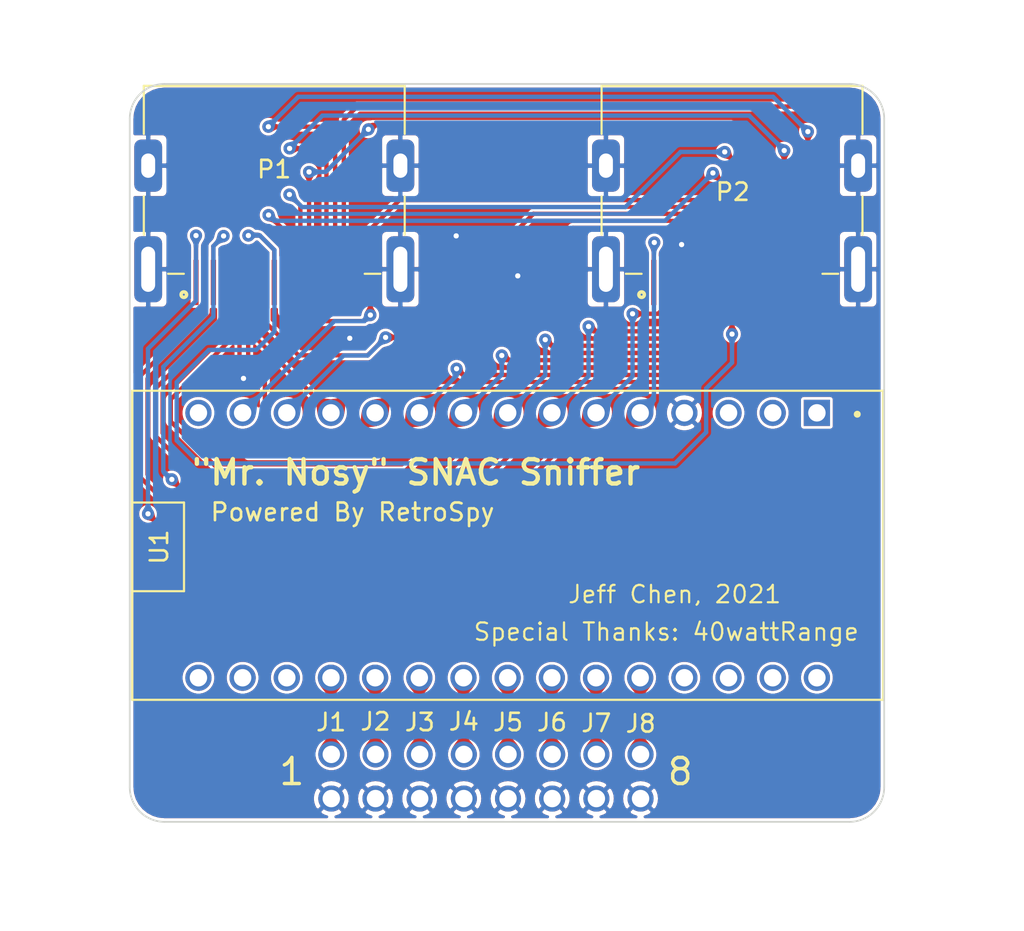
<source format=kicad_pcb>
(kicad_pcb (version 20171130) (host pcbnew "(5.1.10-1-10_14)")
  (title_block (rev 1))
  (layers (0 Front signal) (31 Back signal) (34 B.Paste user) (35 F.Paste user) (36 B.SilkS user) (37 F.SilkS user) (38 B.Mask user) (39 F.Mask user) (44 Edge.Cuts user))
  (net 0 "")
  (net 1 "Net-(J1-Pad1)")
  (net 2 GND)
  (net 3 "Net-(J2-Pad1)")
  (net 4 "Net-(J3-Pad1)")
  (net 5 "Net-(J4-Pad1)")
  (net 6 "Net-(J5-Pad1)")
  (net 7 "Net-(P1-Pad1)")
  (net 8 "Net-(P1-Pad2)")
  (net 9 "Net-(P1-Pad3)")
  (net 10 "Net-(P1-Pad4)")
  (net 11 "Net-(P1-Pad5)")
  (net 12 "Net-(P1-Pad6)")
  (net 13 "Net-(P1-Pad7)")
  (net 14 "Net-(P1-Pad8)")
  (net 15 "Net-(P1-Pad9)")
  (net 16 "Net-(P1-Pad10)")
  (net 17 "Net-(P1-Pad11)")
  (net 18 "Net-(P1-Pad12)")
  (net 19 "Net-(P1-Pad13)")
  (net 20 "Net-(P1-Pad14)")
  (net 21 "Net-(P1-Pad16)")
  (net 22 "Net-(P1-Pad17)")
  (net 23 "Net-(P1-Pad18)")
  (net 24 "Net-(J6-Pad1)")
  (net 25 "Net-(J7-Pad1)")
  (net 26 "Net-(J8-Pad1)")
  (module "SNAC Sniffer:Pin_Header_2.54" (layer Front) (at 130.53 129.15 270)
    (fp_text reference J1 (at -1.85 0.01 180) (layer F.SilkS))
    (fp_text value PinHeader)
    (pad 2 thru_hole circle (at 2.54 0 270) (size 1.5 1.5) (drill 1) (layers *.Cu *.Mask) (net 2 GND))
    (pad 1 thru_hole circle (at 0 0 270) (size 1.5 1.5) (drill 1) (layers *.Cu *.Mask) (net 1 "Net-(J1-Pad1)"))
  )
  (module "SNAC Sniffer:Pin_Header_2.54" (layer Front) (at 133.07 129.15 270)
    (fp_text reference J2 (at -1.89 0) (layer F.SilkS))
    (fp_text value PinHeader)
    (pad 2 thru_hole circle (at 2.54 0 270) (size 1.5 1.5) (drill 1) (layers *.Cu *.Mask) (net 2 GND))
    (pad 1 thru_hole circle (at 0 0 270) (size 1.5 1.5) (drill 1) (layers *.Cu *.Mask) (net 3 "Net-(J2-Pad1)"))
  )
  (module "SNAC Sniffer:Pin_Header_2.54" (layer Front) (at 135.61 129.15 270)
    (fp_text reference J3 (at -1.85 -0.01) (layer F.SilkS))
    (fp_text value PinHeader)
    (pad 2 thru_hole circle (at 2.54 0 270) (size 1.5 1.5) (drill 1) (layers *.Cu *.Mask) (net 2 GND))
    (pad 1 thru_hole circle (at 0 0 270) (size 1.5 1.5) (drill 1) (layers *.Cu *.Mask) (net 4 "Net-(J3-Pad1)"))
  )
  (module "SNAC Sniffer:Pin_Header_2.54" (layer Front) (at 138.15 129.15 270)
    (fp_text reference J4 (at -1.89 0) (layer F.SilkS))
    (fp_text value PinHeader)
    (pad 2 thru_hole circle (at 2.54 0 270) (size 1.5 1.5) (drill 1) (layers *.Cu *.Mask) (net 2 GND))
    (pad 1 thru_hole circle (at 0 0 270) (size 1.5 1.5) (drill 1) (layers *.Cu *.Mask) (net 5 "Net-(J4-Pad1)"))
  )
  (module "SNAC Sniffer:Pin_Header_2.54" (layer Front) (at 140.69 129.15 270)
    (fp_text reference J5 (at -1.85 0 180) (layer F.SilkS))
    (fp_text value PinHeader)
    (pad 2 thru_hole circle (at 2.54 0 270) (size 1.5 1.5) (drill 1) (layers *.Cu *.Mask) (net 2 GND))
    (pad 1 thru_hole circle (at 0 0 270) (size 1.5 1.5) (drill 1) (layers *.Cu *.Mask) (net 6 "Net-(J5-Pad1)"))
  )
  (module "SNAC Sniffer:Pin_Header_2.54" (layer Front) (at 143.23 129.15 270)
    (fp_text reference J6 (at -1.84 0.01 180) (layer F.SilkS))
    (fp_text value PinHeader)
    (pad 2 thru_hole circle (at 2.54 0 270) (size 1.5 1.5) (drill 1) (layers *.Cu *.Mask) (net 2 GND))
    (pad 1 thru_hole circle (at 0 0 270) (size 1.5 1.5) (drill 1) (layers *.Cu *.Mask) (net 24 "Net-(J6-Pad1)"))
  )
  (module "SNAC Sniffer:Pin_Header_2.54" (layer Front) (at 145.77 129.15 270)
    (fp_text reference J7 (at -1.8 0 180) (layer F.SilkS))
    (fp_text value PinHeader)
    (pad 2 thru_hole circle (at 2.54 0 270) (size 1.5 1.5) (drill 1) (layers *.Cu *.Mask) (net 2 GND))
    (pad 1 thru_hole circle (at 0 0 270) (size 1.5 1.5) (drill 1) (layers *.Cu *.Mask) (net 25 "Net-(J7-Pad1)"))
  )
  (module "SNAC Sniffer:Pin_Header_2.54" (layer Front) (at 148.31 129.15 270)
    (fp_text reference J8 (at -1.77 -0.01 180) (layer F.SilkS))
    (fp_text value PinHeader)
    (pad 2 thru_hole circle (at 2.54 0 270) (size 1.5 1.5) (drill 1) (layers *.Cu *.Mask) (net 2 GND))
    (pad 1 thru_hole circle (at 0 0 270) (size 1.5 1.5) (drill 1) (layers *.Cu *.Mask) (net 26 "Net-(J8-Pad1)"))
  )
  (module "SNAC Sniffer:HDMI_Female" (layer Front) (at 127.25 97 180)
    (fp_text reference P1 (at 0.01 1.51) (layer F.SilkS) (effects (font (size 1.000205 1.000205))))
    (fp_text value HDMI_Female)
    (pad S4 thru_hole roundrect (at 7.25 1.72 180) (size 1.6 3) (drill oval 0.8 1.4) (layers *.Cu *.Mask) (net 2 GND))
    (pad S3 thru_hole roundrect (at -7.25 1.72 180) (size 1.6 3) (drill oval 0.8 1.4) (layers *.Cu *.Mask) (net 2 GND))
    (pad S2 thru_hole roundrect (at -7.25 -4.24 180) (size 1.6 3.8) (drill oval 0.8 2.6) (layers *.Cu *.Mask) (net 2 GND))
    (pad S1 thru_hole roundrect (at 7.25 -4.24 180) (size 1.6 3.8) (drill oval 0.8 2.6) (layers *.Cu *.Mask) (net 2 GND))
    (pad 19 smd rect (at -4.5 -5 180) (size 0.3 2.6) (layers Front F.Paste F.Mask) (net 2 GND))
    (pad 18 smd rect (at -4 -5 180) (size 0.3 2.6) (layers Front F.Paste F.Mask) (net 23 "Net-(P1-Pad18)"))
    (pad 17 smd rect (at -3.5 -5 180) (size 0.3 2.6) (layers Front F.Paste F.Mask) (net 22 "Net-(P1-Pad17)"))
    (pad 16 smd rect (at -3 -5 180) (size 0.3 2.6) (layers Front F.Paste F.Mask) (net 21 "Net-(P1-Pad16)"))
    (pad 15 smd rect (at -2.5 -5 180) (size 0.3 2.6) (layers Front F.Paste F.Mask) (net 2 GND))
    (pad 14 smd rect (at -2 -5 180) (size 0.3 2.6) (layers Front F.Paste F.Mask) (net 20 "Net-(P1-Pad14)"))
    (pad 13 smd rect (at -1.5 -5 180) (size 0.3 2.6) (layers Front F.Paste F.Mask) (net 19 "Net-(P1-Pad13)"))
    (pad 12 smd rect (at -1 -5 180) (size 0.3 2.6) (layers Front F.Paste F.Mask) (net 18 "Net-(P1-Pad12)"))
    (pad 11 smd rect (at -0.5 -5 180) (size 0.3 2.6) (layers Front F.Paste F.Mask) (net 17 "Net-(P1-Pad11)"))
    (pad 10 smd rect (at 0 -5 180) (size 0.3 2.6) (layers Front F.Paste F.Mask) (net 16 "Net-(P1-Pad10)"))
    (pad 9 smd rect (at 0.5 -5 180) (size 0.3 2.6) (layers Front F.Paste F.Mask) (net 15 "Net-(P1-Pad9)"))
    (pad 8 smd rect (at 1 -5 180) (size 0.3 2.6) (layers Front F.Paste F.Mask) (net 14 "Net-(P1-Pad8)"))
    (pad 7 smd rect (at 1.5 -5 180) (size 0.3 2.6) (layers Front F.Paste F.Mask) (net 13 "Net-(P1-Pad7)"))
    (pad 6 smd rect (at 2 -5 180) (size 0.3 2.6) (layers Front F.Paste F.Mask) (net 12 "Net-(P1-Pad6)"))
    (pad 5 smd rect (at 2.5 -5 180) (size 0.3 2.6) (layers Front F.Paste F.Mask) (net 11 "Net-(P1-Pad5)"))
    (pad 4 smd rect (at 3 -5 180) (size 0.3 2.6) (layers Front F.Paste F.Mask) (net 10 "Net-(P1-Pad4)"))
    (pad 3 smd rect (at 3.5 -5 180) (size 0.3 2.6) (layers Front F.Paste F.Mask) (net 9 "Net-(P1-Pad3)"))
    (pad 2 smd rect (at 4 -5 180) (size 0.3 2.6) (layers Front F.Paste F.Mask) (net 8 "Net-(P1-Pad2)"))
    (pad 1 smd rect (at 4.5 -5 180) (size 0.3 2.6) (layers Front F.Paste F.Mask) (net 7 "Net-(P1-Pad1)"))
  )
  (module "SNAC Sniffer:HDMI_Female" (layer Front) (at 153.57 97 180)
    (fp_text reference P2 (at -0.04 0.21 180) (layer F.SilkS) (effects (font (size 1.000205 1.000205))))
    (fp_text value HDMI_Female)
    (pad S4 thru_hole roundrect (at 7.25 1.72 180) (size 1.6 3) (drill oval 0.8 1.4) (layers *.Cu *.Mask) (net 2 GND))
    (pad S3 thru_hole roundrect (at -7.25 1.72 180) (size 1.6 3) (drill oval 0.8 1.4) (layers *.Cu *.Mask) (net 2 GND))
    (pad S2 thru_hole roundrect (at -7.25 -4.24 180) (size 1.6 3.8) (drill oval 0.8 2.6) (layers *.Cu *.Mask) (net 2 GND))
    (pad S1 thru_hole roundrect (at 7.25 -4.24 180) (size 1.6 3.8) (drill oval 0.8 2.6) (layers *.Cu *.Mask) (net 2 GND))
    (pad 19 smd rect (at -4.5 -5 180) (size 0.3 2.6) (layers Front F.Paste F.Mask) (net 2 GND))
    (pad 18 smd rect (at -4 -5 180) (size 0.3 2.6) (layers Front F.Paste F.Mask) (net 23 "Net-(P1-Pad18)"))
    (pad 17 smd rect (at -3.5 -5 180) (size 0.3 2.6) (layers Front F.Paste F.Mask) (net 22 "Net-(P1-Pad17)"))
    (pad 16 smd rect (at -3 -5 180) (size 0.3 2.6) (layers Front F.Paste F.Mask) (net 21 "Net-(P1-Pad16)"))
    (pad 15 smd rect (at -2.5 -5 180) (size 0.3 2.6) (layers Front F.Paste F.Mask) (net 2 GND))
    (pad 14 smd rect (at -2 -5 180) (size 0.3 2.6) (layers Front F.Paste F.Mask) (net 20 "Net-(P1-Pad14)"))
    (pad 13 smd rect (at -1.5 -5 180) (size 0.3 2.6) (layers Front F.Paste F.Mask) (net 19 "Net-(P1-Pad13)"))
    (pad 12 smd rect (at -1 -5 180) (size 0.3 2.6) (layers Front F.Paste F.Mask) (net 18 "Net-(P1-Pad12)"))
    (pad 11 smd rect (at -0.5 -5 180) (size 0.3 2.6) (layers Front F.Paste F.Mask) (net 17 "Net-(P1-Pad11)"))
    (pad 10 smd rect (at 0 -5 180) (size 0.3 2.6) (layers Front F.Paste F.Mask) (net 16 "Net-(P1-Pad10)"))
    (pad 9 smd rect (at 0.5 -5 180) (size 0.3 2.6) (layers Front F.Paste F.Mask) (net 15 "Net-(P1-Pad9)"))
    (pad 8 smd rect (at 1 -5 180) (size 0.3 2.6) (layers Front F.Paste F.Mask) (net 14 "Net-(P1-Pad8)"))
    (pad 7 smd rect (at 1.5 -5 180) (size 0.3 2.6) (layers Front F.Paste F.Mask) (net 13 "Net-(P1-Pad7)"))
    (pad 6 smd rect (at 2 -5 180) (size 0.3 2.6) (layers Front F.Paste F.Mask) (net 12 "Net-(P1-Pad6)"))
    (pad 5 smd rect (at 2.5 -5 180) (size 0.3 2.6) (layers Front F.Paste F.Mask) (net 11 "Net-(P1-Pad5)"))
    (pad 4 smd rect (at 3 -5 180) (size 0.3 2.6) (layers Front F.Paste F.Mask) (net 10 "Net-(P1-Pad4)"))
    (pad 3 smd rect (at 3.5 -5 180) (size 0.3 2.6) (layers Front F.Paste F.Mask) (net 9 "Net-(P1-Pad3)"))
    (pad 2 smd rect (at 4 -5 180) (size 0.3 2.6) (layers Front F.Paste F.Mask) (net 8 "Net-(P1-Pad2)"))
    (pad 1 smd rect (at 4.5 -5 180) (size 0.3 2.6) (layers Front F.Paste F.Mask) (net 7 "Net-(P1-Pad1)"))
  )
  (module "SNAC Sniffer:Arduino_Nano" (layer Front) (at 140.67 117.12 270)
    (fp_text reference U1 (at 0.1 20.04 270) (layer F.SilkS))
    (fp_text value Arduino_Nano)
    (pad 1 thru_hole rect (at -7.62 -17.78 270) (size 1.508 1.508) (drill 1) (layers *.Cu *.Mask))
    (pad 2 thru_hole circle (at -7.62 -15.24 270) (size 1.508 1.508) (drill 1) (layers *.Cu *.Mask))
    (pad 3 thru_hole circle (at -7.62 -12.7 270) (size 1.508 1.508) (drill 1) (layers *.Cu *.Mask))
    (pad 4 thru_hole circle (at -7.62 -10.16 270) (size 1.508 1.508) (drill 1) (layers *.Cu *.Mask) (net 2 GND))
    (pad 5 thru_hole circle (at -7.62 -7.62 270) (size 1.508 1.508) (drill 1) (layers *.Cu *.Mask) (net 7 "Net-(P1-Pad1)"))
    (pad 6 thru_hole circle (at -7.62 -5.08 270) (size 1.508 1.508) (drill 1) (layers *.Cu *.Mask) (net 8 "Net-(P1-Pad2)"))
    (pad 7 thru_hole circle (at -7.62 -2.54 270) (size 1.508 1.508) (drill 1) (layers *.Cu *.Mask) (net 9 "Net-(P1-Pad3)"))
    (pad 8 thru_hole circle (at -7.62 0 270) (size 1.508 1.508) (drill 1) (layers *.Cu *.Mask) (net 10 "Net-(P1-Pad4)"))
    (pad 9 thru_hole circle (at -7.62 2.54 270) (size 1.508 1.508) (drill 1) (layers *.Cu *.Mask) (net 11 "Net-(P1-Pad5)"))
    (pad 10 thru_hole circle (at -7.62 5.08 270) (size 1.508 1.508) (drill 1) (layers *.Cu *.Mask) (net 12 "Net-(P1-Pad6)"))
    (pad 11 thru_hole circle (at -7.62 7.62 270) (size 1.508 1.508) (drill 1) (layers *.Cu *.Mask) (net 13 "Net-(P1-Pad7)"))
    (pad 12 thru_hole circle (at -7.62 10.16 270) (size 1.508 1.508) (drill 1) (layers *.Cu *.Mask) (net 14 "Net-(P1-Pad8)"))
    (pad 13 thru_hole circle (at -7.62 12.7 270) (size 1.508 1.508) (drill 1) (layers *.Cu *.Mask) (net 15 "Net-(P1-Pad9)"))
    (pad 14 thru_hole circle (at -7.62 15.24 270) (size 1.508 1.508) (drill 1) (layers *.Cu *.Mask) (net 17 "Net-(P1-Pad11)"))
    (pad 15 thru_hole circle (at -7.62 17.78 270) (size 1.508 1.508) (drill 1) (layers *.Cu *.Mask))
    (pad 16 thru_hole circle (at 7.62 17.78 270) (size 1.508 1.508) (drill 1) (layers *.Cu *.Mask))
    (pad 17 thru_hole circle (at 7.62 15.24 270) (size 1.508 1.508) (drill 1) (layers *.Cu *.Mask))
    (pad 18 thru_hole circle (at 7.62 12.7 270) (size 1.508 1.508) (drill 1) (layers *.Cu *.Mask))
    (pad 19 thru_hole circle (at 7.62 10.16 270) (size 1.508 1.508) (drill 1) (layers *.Cu *.Mask) (net 1 "Net-(J1-Pad1)"))
    (pad 20 thru_hole circle (at 7.62 7.62 270) (size 1.508 1.508) (drill 1) (layers *.Cu *.Mask) (net 3 "Net-(J2-Pad1)"))
    (pad 21 thru_hole circle (at 7.62 5.08 270) (size 1.508 1.508) (drill 1) (layers *.Cu *.Mask) (net 4 "Net-(J3-Pad1)"))
    (pad 22 thru_hole circle (at 7.62 2.54 270) (size 1.508 1.508) (drill 1) (layers *.Cu *.Mask) (net 5 "Net-(J4-Pad1)"))
    (pad 23 thru_hole circle (at 7.62 0 270) (size 1.508 1.508) (drill 1) (layers *.Cu *.Mask) (net 6 "Net-(J5-Pad1)"))
    (pad 24 thru_hole circle (at 7.62 -2.54 270) (size 1.508 1.508) (drill 1) (layers *.Cu *.Mask) (net 24 "Net-(J6-Pad1)"))
    (pad 25 thru_hole circle (at 7.62 -5.08 270) (size 1.508 1.508) (drill 1) (layers *.Cu *.Mask) (net 25 "Net-(J7-Pad1)"))
    (pad 26 thru_hole circle (at 7.62 -7.62 270) (size 1.508 1.508) (drill 1) (layers *.Cu *.Mask) (net 26 "Net-(J8-Pad1)"))
    (pad 27 thru_hole circle (at 7.62 -10.16 270) (size 1.508 1.508) (drill 1) (layers *.Cu *.Mask))
    (pad 28 thru_hole circle (at 7.62 -12.7 270) (size 1.508 1.508) (drill 1) (layers *.Cu *.Mask))
    (pad 29 thru_hole circle (at 7.62 -15.24 270) (size 1.508 1.508) (drill 1) (layers *.Cu *.Mask))
    (pad 30 thru_hole circle (at 7.62 -17.78 270) (size 1.508 1.508) (drill 1) (layers *.Cu *.Mask))
  )
  (gr_text 8 (at 150.59 130.14) (layer F.SilkS) (effects (font (size 1.5 1.5) (thickness 0.2))))
  (gr_text 1 (at 128.26 130.14) (layer F.SilkS) (effects (font (size 1.5 1.5) (thickness 0.2))))
  (gr_arc (start 120.94 131.03) (end 118.94 131.03) (angle -90) (layer Edge.Cuts) (width 0.1))
  (gr_arc (start 120.94 92.58) (end 120.94 90.58) (angle -90) (layer Edge.Cuts) (width 0.1))
  (gr_arc (start 160.32 92.58) (end 162.32 92.58) (angle -90) (layer Edge.Cuts) (width 0.1))
  (gr_arc (start 160.32 131.03) (end 160.32 133.03) (angle -90) (layer Edge.Cuts) (width 0.1))
  (gr_line (start 122.06 119.76) (end 119.08 119.76) (layer F.SilkS) (width 0.127))
  (gr_line (start 122.06 114.66) (end 122.06 119.76) (layer F.SilkS) (width 0.127))
  (gr_line (start 119.08 114.66) (end 122.06 114.66) (layer F.SilkS) (width 0.127))
  (gr_line (start 118.94 131.03) (end 118.94 92.58) (layer Edge.Cuts) (width 0.1))
  (gr_line (start 160.32 133.03) (end 120.94 133.03) (layer Edge.Cuts) (width 0.1))
  (gr_line (start 162.32 92.58) (end 162.32 131.03) (layer Edge.Cuts) (width 0.1))
  (gr_line (start 120.94 90.58) (end 160.32 90.58) (layer Edge.Cuts) (width 0.1))
  (gr_text "Powered By RetroSpy" (at 131.75 115.21) (layer F.SilkS) (effects (font (size 1.016 1.016) (thickness 0.1524))))
  (gr_text "Special Thanks: 40wattRange" (at 149.79 122.1) (layer F.SilkS) (effects (font (size 1 1) (thickness 0.127))))
  (gr_text "Jeff Chen, 2021" (at 150.27 119.94) (layer F.SilkS) (effects (font (size 1 1) (thickness 0.127))))
  (gr_text "\"Mr. Nosy\" SNAC Sniffer" (at 135.4 112.93) (layer F.SilkS) (effects (font (size 1.4 1.4) (thickness 0.25))))
  (segment (start 130.51 124.74) (end 130.51 128.12) (width 0.25) (layer Front) (net 1))
  (segment (start 130.51 128.12) (end 130.51 129.14) (width 0.25) (layer Front) (net 1))
  (via (at 125.48 107.52) (size 0.7) (drill 0.3) (layers Front Back) (net 2))
  (via (at 150.67 99.82) (size 0.7) (drill 0.3) (layers Front Back) (net 2))
  (via (at 131.59 105.21) (size 0.7) (drill 0.3) (layers Front Back) (net 2))
  (via (at 141.25 101.62) (size 0.7) (drill 0.3) (layers Front Back) (net 2))
  (via (at 137.71 99.32) (size 0.7) (drill 0.3) (layers Front Back) (net 2))
  (segment (start 133.05 124.74) (end 133.05 128.1) (width 0.25) (layer Front) (net 3))
  (segment (start 133.05 128.1) (end 133.05 129.12) (width 0.25) (layer Front) (net 3))
  (segment (start 135.59 124.74) (end 135.59 128.13) (width 0.25) (layer Front) (net 4))
  (segment (start 135.59 128.13) (end 135.59 129.13) (width 0.25) (layer Front) (net 4))
  (segment (start 138.13 124.74) (end 138.13 128.09) (width 0.25) (layer Front) (net 5))
  (segment (start 138.13 128.09) (end 138.13 129.07) (width 0.25) (layer Front) (net 5))
  (segment (start 140.67 124.74) (end 140.67 128.09) (width 0.25) (layer Front) (net 6))
  (segment (start 140.67 128.09) (end 140.67 129.11) (width 0.25) (layer Front) (net 6))
  (via (at 119.99 115.31) (size 0.7) (drill 0.3) (layers Front Back) (net 7))
  (segment (start 141.12 116.67) (end 121.35 116.67) (width 0.25) (layer Front) (net 7))
  (segment (start 148.29 109.5) (end 141.12 116.67) (width 0.25) (layer Front) (net 7))
  (segment (start 121.35 116.67) (end 119.99 115.31) (width 0.25) (layer Front) (net 7))
  (via (at 122.749984 99.300016) (size 0.7) (drill 0.3) (layers Front Back) (net 7))
  (segment (start 122.75 102) (end 122.75 99.300032) (width 0.25) (layer Front) (net 7))
  (segment (start 122.75 99.300032) (end 122.749984 99.300016) (width 0.25) (layer Front) (net 7))
  (segment (start 119.99 115.31) (end 119.99 105.81) (width 0.25) (layer Back) (net 7))
  (segment (start 119.99 105.81) (end 122.749984 103.050016) (width 0.25) (layer Back) (net 7))
  (segment (start 122.749984 103.050016) (end 122.749984 99.300016) (width 0.25) (layer Back) (net 7))
  (via (at 149.1 99.7) (size 0.7) (drill 0.3) (layers Front Back) (net 7))
  (segment (start 149.08 108.78) (end 149.08 99.72) (width 0.25) (layer Back) (net 7))
  (segment (start 149.07 102) (end 149.07 99.73) (width 0.25) (layer Front) (net 7))
  (segment (start 148.32 109.54) (end 149.08 108.78) (width 0.25) (layer Back) (net 7))
  (segment (start 149.08 99.72) (end 149.1 99.7) (width 0.25) (layer Back) (net 7))
  (segment (start 149.07 99.73) (end 149.1 99.7) (width 0.25) (layer Front) (net 7))
  (via (at 147.85 103.8) (size 0.7) (drill 0.3) (layers Front Back) (net 8))
  (segment (start 149.57 103.55) (end 149.32 103.8) (width 0.25) (layer Front) (net 8))
  (segment (start 149.57 102) (end 149.57 103.55) (width 0.25) (layer Front) (net 8))
  (segment (start 149.32 103.8) (end 147.85 103.8) (width 0.25) (layer Front) (net 8))
  (segment (start 145.75 109.5) (end 147.85 107.4) (width 0.25) (layer Back) (net 8))
  (segment (start 147.85 107.4) (end 147.85 103.8) (width 0.25) (layer Back) (net 8))
  (segment (start 123.25 103.67) (end 123.25 102) (width 0.25) (layer Front) (net 8))
  (segment (start 139.52 115.73) (end 122.070196 115.73) (width 0.25) (layer Front) (net 8))
  (segment (start 122.070196 115.73) (end 119.55 113.209804) (width 0.25) (layer Front) (net 8))
  (segment (start 119.55 107.37) (end 123.25 103.67) (width 0.25) (layer Front) (net 8))
  (segment (start 119.55 113.209804) (end 119.55 107.37) (width 0.25) (layer Front) (net 8))
  (segment (start 145.75 109.5) (end 139.52 115.73) (width 0.25) (layer Front) (net 8))
  (via (at 145.32 104.53) (size 0.7) (drill 0.3) (layers Front Back) (net 9))
  (segment (start 143.21 109.51) (end 145.32 107.4) (width 0.25) (layer Back) (net 9))
  (segment (start 145.32 107.4) (end 145.32 104.53) (width 0.25) (layer Back) (net 9))
  (via (at 121.359999 113.330001) (size 0.7) (drill 0.3) (layers Front Back) (net 9))
  (segment (start 143.21 109.5) (end 138.01 114.7) (width 0.25) (layer Front) (net 9))
  (segment (start 138.01 114.7) (end 122.729998 114.7) (width 0.25) (layer Front) (net 9))
  (segment (start 122.729998 114.7) (end 121.359999 113.330001) (width 0.25) (layer Front) (net 9))
  (via (at 124.334995 99.325005) (size 0.7) (drill 0.3) (layers Front Back) (net 9))
  (segment (start 123.75 102) (end 123.75 99.91) (width 0.25) (layer Front) (net 9))
  (segment (start 123.75 99.91) (end 124.334995 99.325005) (width 0.25) (layer Front) (net 9))
  (segment (start 123.75 103.97) (end 123.75 99.91) (width 0.25) (layer Back) (net 9))
  (segment (start 120.87 112.840002) (end 120.87 106.85) (width 0.25) (layer Back) (net 9))
  (segment (start 123.75 99.91) (end 124.334995 99.325005) (width 0.25) (layer Back) (net 9))
  (segment (start 120.87 106.85) (end 123.75 103.97) (width 0.25) (layer Back) (net 9))
  (segment (start 121.359999 113.330001) (end 120.87 112.840002) (width 0.25) (layer Back) (net 9))
  (segment (start 145.6 104.81) (end 145.32 104.53) (width 0.25) (layer Front) (net 9))
  (segment (start 149.47 104.81) (end 145.6 104.81) (width 0.25) (layer Front) (net 9))
  (segment (start 150.07 104.21) (end 149.47 104.81) (width 0.25) (layer Front) (net 9))
  (segment (start 150.07 102) (end 150.07 104.21) (width 0.25) (layer Front) (net 9))
  (via (at 142.83 105.29) (size 0.7) (drill 0.3) (layers Front Back) (net 10))
  (segment (start 140.67 109.5) (end 142.83 107.34) (width 0.25) (layer Back) (net 10))
  (segment (start 142.83 107.34) (end 142.83 105.29) (width 0.25) (layer Back) (net 10))
  (segment (start 149.83 105.64) (end 143.18 105.64) (width 0.25) (layer Front) (net 10))
  (segment (start 143.18 105.64) (end 142.83 105.29) (width 0.25) (layer Front) (net 10))
  (segment (start 150.57 104.9) (end 149.83 105.64) (width 0.25) (layer Front) (net 10))
  (segment (start 150.57 102) (end 150.57 104.9) (width 0.25) (layer Front) (net 10))
  (segment (start 124.25 104.27) (end 124.25 102) (width 0.25) (layer Front) (net 10))
  (segment (start 120.42 108.1) (end 124.25 104.27) (width 0.25) (layer Front) (net 10))
  (segment (start 140.67 109.5) (end 136.41 113.76) (width 0.25) (layer Front) (net 10))
  (segment (start 123.35 113.76) (end 120.42 110.83) (width 0.25) (layer Front) (net 10))
  (segment (start 136.41 113.76) (end 123.35 113.76) (width 0.25) (layer Front) (net 10))
  (segment (start 120.42 110.83) (end 120.42 108.1) (width 0.25) (layer Front) (net 10))
  (via (at 140.33 106.2) (size 0.7) (drill 0.3) (layers Front Back) (net 11))
  (segment (start 140.33 107.3) (end 140.33 106.2) (width 0.25) (layer Back) (net 11))
  (segment (start 138.13 109.5) (end 140.33 107.3) (width 0.25) (layer Back) (net 11))
  (segment (start 140.6 106.47) (end 140.33 106.2) (width 0.25) (layer Front) (net 11))
  (segment (start 150.13 106.47) (end 140.6 106.47) (width 0.25) (layer Front) (net 11))
  (segment (start 151.07 105.53) (end 150.13 106.47) (width 0.25) (layer Front) (net 11))
  (segment (start 151.07 102) (end 151.07 105.53) (width 0.25) (layer Front) (net 11))
  (segment (start 124.75 105.27) (end 124.75 102) (width 0.25) (layer Front) (net 11))
  (segment (start 121.3 108.72) (end 124.75 105.27) (width 0.25) (layer Front) (net 11))
  (segment (start 124.17 112.87) (end 121.3 110) (width 0.25) (layer Front) (net 11))
  (segment (start 121.3 110) (end 121.3 108.72) (width 0.25) (layer Front) (net 11))
  (segment (start 134.76 112.87) (end 124.17 112.87) (width 0.25) (layer Front) (net 11))
  (segment (start 138.13 109.5) (end 134.76 112.87) (width 0.25) (layer Front) (net 11))
  (via (at 137.73 106.96) (size 0.7) (drill 0.3) (layers Front Back) (net 12))
  (segment (start 137.73 107.36) (end 137.73 106.96) (width 0.25) (layer Back) (net 12))
  (segment (start 135.59 109.5) (end 137.73 107.36) (width 0.25) (layer Back) (net 12))
  (segment (start 138.09 107.32) (end 137.73 106.96) (width 0.25) (layer Front) (net 12))
  (segment (start 150.47 107.32) (end 138.09 107.32) (width 0.25) (layer Front) (net 12))
  (segment (start 151.57 106.22) (end 150.47 107.32) (width 0.25) (layer Front) (net 12))
  (segment (start 151.57 102) (end 151.57 106.22) (width 0.25) (layer Front) (net 12))
  (segment (start 125.25 106.41) (end 125.25 102) (width 0.25) (layer Front) (net 12))
  (segment (start 135.59 109.5) (end 133.15 111.94) (width 0.25) (layer Front) (net 12))
  (segment (start 133.15 111.94) (end 125.77 111.94) (width 0.25) (layer Front) (net 12))
  (segment (start 124.13 107.53) (end 125.25 106.41) (width 0.25) (layer Front) (net 12))
  (segment (start 125.77 111.94) (end 124.13 110.3) (width 0.25) (layer Front) (net 12))
  (segment (start 124.13 110.3) (end 124.13 107.53) (width 0.25) (layer Front) (net 12))
  (segment (start 134.41 108.13) (end 133.05 109.49) (width 0.25) (layer Front) (net 13))
  (segment (start 133.05 109.49) (end 133.05 109.500008) (width 0.25) (layer Front) (net 13))
  (segment (start 150.74 108.13) (end 134.41 108.13) (width 0.25) (layer Front) (net 13))
  (segment (start 152.07 106.8) (end 150.74 108.13) (width 0.25) (layer Front) (net 13))
  (segment (start 152.07 102) (end 152.07 106.8) (width 0.25) (layer Front) (net 13))
  (segment (start 125.75 106.42) (end 125.75 102) (width 0.25) (layer Front) (net 13))
  (segment (start 126.71 110.24) (end 126.71 107.38) (width 0.25) (layer Front) (net 13))
  (segment (start 127.52 111.05) (end 126.71 110.24) (width 0.25) (layer Front) (net 13))
  (segment (start 126.71 107.38) (end 125.75 106.42) (width 0.25) (layer Front) (net 13))
  (segment (start 131.5 111.05) (end 127.52 111.05) (width 0.25) (layer Front) (net 13))
  (segment (start 133.05 109.5) (end 131.5 111.05) (width 0.25) (layer Front) (net 13))
  (segment (start 126.25 105.25) (end 126.25 102) (width 0.25) (layer Front) (net 14))
  (segment (start 130.499998 109.499998) (end 126.25 105.25) (width 0.25) (layer Front) (net 14))
  (segment (start 130.51 109.499998) (end 130.499998 109.499998) (width 0.25) (layer Front) (net 14))
  (segment (start 132.89 107.1) (end 130.51 109.48) (width 0.25) (layer Front) (net 14))
  (segment (start 138.7 103.68) (end 135.28 107.1) (width 0.25) (layer Front) (net 14))
  (segment (start 143.35 102.43) (end 142.1 103.68) (width 0.25) (layer Front) (net 14))
  (segment (start 130.51 109.48) (end 130.51 109.499998) (width 0.25) (layer Front) (net 14))
  (segment (start 143.35 99.93) (end 143.35 102.43) (width 0.25) (layer Front) (net 14))
  (segment (start 144.42 98.86) (end 143.35 99.93) (width 0.25) (layer Front) (net 14))
  (segment (start 151.35 98.86) (end 144.42 98.86) (width 0.25) (layer Front) (net 14))
  (segment (start 135.28 107.1) (end 132.89 107.1) (width 0.25) (layer Front) (net 14))
  (segment (start 152.57 100.08) (end 151.35 98.86) (width 0.25) (layer Front) (net 14))
  (segment (start 142.1 103.68) (end 138.7 103.68) (width 0.25) (layer Front) (net 14))
  (segment (start 152.57 102) (end 152.57 100.08) (width 0.25) (layer Front) (net 14))
  (via (at 133.65 105.16) (size 0.7) (drill 0.3) (layers Front Back) (net 15))
  (segment (start 133.65 105.17) (end 133.65 105.16) (width 0.25) (layer Back) (net 15))
  (segment (start 132.62 106.2) (end 133.65 105.17) (width 0.25) (layer Back) (net 15))
  (segment (start 131.24 106.2) (end 132.62 106.2) (width 0.25) (layer Back) (net 15))
  (segment (start 127.97 109.47) (end 131.24 106.2) (width 0.25) (layer Back) (net 15))
  (segment (start 127.97 109.5) (end 127.97 109.47) (width 0.25) (layer Back) (net 15))
  (segment (start 132.62 106.19) (end 133.65 105.16) (width 0.25) (layer Front) (net 15))
  (segment (start 128.64 106.19) (end 132.62 106.19) (width 0.25) (layer Front) (net 15))
  (segment (start 126.75 104.3) (end 128.64 106.19) (width 0.25) (layer Front) (net 15))
  (segment (start 126.75 102) (end 126.75 104.3) (width 0.25) (layer Front) (net 15))
  (segment (start 135.04 105.16) (end 133.65 105.16) (width 0.25) (layer Front) (net 15))
  (segment (start 151.87 98.05) (end 142.15 98.05) (width 0.25) (layer Front) (net 15))
  (segment (start 153.07 99.25) (end 151.87 98.05) (width 0.25) (layer Front) (net 15))
  (segment (start 142.15 98.05) (end 135.04 105.16) (width 0.25) (layer Front) (net 15))
  (segment (start 153.07 102) (end 153.07 99.25) (width 0.25) (layer Front) (net 15))
  (segment (start 153.57 102) (end 153.57 104.97) (width 0.25) (layer Front) (net 16))
  (segment (start 153.57 104.97) (end 153.57 104.97) (width 0.25) (layer Front) (net 16))
  (via (at 153.57 104.97) (size 0.7) (drill 0.3) (layers Front Back) (net 16))
  (via (at 125.76 99.3) (size 0.7) (drill 0.3) (layers Front Back) (net 16))
  (segment (start 127.25 102) (end 127.25 100.128115) (width 0.25) (layer Front) (net 16))
  (segment (start 126.421885 99.3) (end 125.76 99.3) (width 0.25) (layer Front) (net 16))
  (segment (start 127.25 100.128115) (end 126.421885 99.3) (width 0.25) (layer Front) (net 16))
  (segment (start 127.26 104.83) (end 127.26 100.138116) (width 0.25) (layer Back) (net 16))
  (segment (start 150.29 112.41) (end 122.96 112.41) (width 0.25) (layer Back) (net 16))
  (segment (start 126.21 105.88) (end 127.26 104.83) (width 0.25) (layer Back) (net 16))
  (segment (start 153.57 106.61) (end 152.08 108.1) (width 0.25) (layer Back) (net 16))
  (segment (start 123.49 105.88) (end 126.21 105.88) (width 0.25) (layer Back) (net 16))
  (segment (start 122.96 112.41) (end 121.64 111.09) (width 0.25) (layer Back) (net 16))
  (segment (start 126.421884 99.3) (end 125.76 99.3) (width 0.25) (layer Back) (net 16))
  (segment (start 152.08 110.62) (end 150.29 112.41) (width 0.25) (layer Back) (net 16))
  (segment (start 121.64 111.09) (end 121.64 107.73) (width 0.25) (layer Back) (net 16))
  (segment (start 152.08 108.1) (end 152.08 110.62) (width 0.25) (layer Back) (net 16))
  (segment (start 127.26 100.138116) (end 126.421884 99.3) (width 0.25) (layer Back) (net 16))
  (segment (start 121.64 107.73) (end 123.49 105.88) (width 0.25) (layer Back) (net 16))
  (segment (start 153.57 104.97) (end 153.57 106.61) (width 0.25) (layer Back) (net 16))
  (via (at 132.775001 103.875001) (size 0.7) (drill 0.3) (layers Front Back) (net 17))
  (segment (start 134.45 97.26) (end 132.775001 98.934999) (width 0.25) (layer Front) (net 17))
  (segment (start 154.07 99.06) (end 152.27 97.26) (width 0.25) (layer Front) (net 17))
  (segment (start 154.07 102) (end 154.07 99.06) (width 0.25) (layer Front) (net 17))
  (segment (start 152.27 97.26) (end 134.45 97.26) (width 0.25) (layer Front) (net 17))
  (segment (start 132.775001 98.934999) (end 132.775001 103.875001) (width 0.25) (layer Front) (net 17))
  (segment (start 132.425002 104.225) (end 132.775001 103.875001) (width 0.25) (layer Back) (net 17))
  (segment (start 130.705 104.225) (end 132.425002 104.225) (width 0.25) (layer Back) (net 17))
  (segment (start 125.43 109.5) (end 130.705 104.225) (width 0.25) (layer Back) (net 17))
  (segment (start 128.275 104.225) (end 132.425002 104.225) (width 0.25) (layer Front) (net 17))
  (segment (start 132.425002 104.225) (end 132.775001 103.875001) (width 0.25) (layer Front) (net 17))
  (segment (start 127.75 103.7) (end 128.275 104.225) (width 0.25) (layer Front) (net 17))
  (segment (start 127.75 102) (end 127.75 103.7) (width 0.25) (layer Front) (net 17))
  (via (at 126.92 98.12) (size 0.7) (drill 0.3) (layers Front Back) (net 18))
  (segment (start 126.93 98.12) (end 126.92 98.12) (width 0.25) (layer Front) (net 18))
  (segment (start 128.25 99.44) (end 126.93 98.12) (width 0.25) (layer Front) (net 18))
  (segment (start 128.25 102) (end 128.25 99.44) (width 0.25) (layer Front) (net 18))
  (segment (start 154.57 102) (end 154.57 97.800003) (width 0.25) (layer Front) (net 18))
  (segment (start 154.57 97.800003) (end 152.47 95.700003) (width 0.25) (layer Front) (net 18))
  (via (at 152.47 95.700003) (size 0.7) (drill 0.3) (layers Front Back) (net 18))
  (segment (start 149.720003 98.45) (end 152.47 95.700003) (width 0.25) (layer Back) (net 18))
  (segment (start 127.25 98.45) (end 149.720003 98.45) (width 0.25) (layer Back) (net 18))
  (segment (start 126.92 98.12) (end 127.25 98.45) (width 0.25) (layer Back) (net 18))
  (via (at 128.119998 96.94) (size 0.7) (drill 0.3) (layers Front Back) (net 19))
  (segment (start 128.75 97.57) (end 128.12 96.94) (width 0.25) (layer Front) (net 19))
  (segment (start 128.12 96.94) (end 128.119998 96.94) (width 0.25) (layer Front) (net 19))
  (segment (start 128.75 102) (end 128.75 97.57) (width 0.25) (layer Front) (net 19))
  (via (at 153.150002 94.49) (size 0.7) (drill 0.3) (layers Front Back) (net 19))
  (segment (start 155.07 102) (end 155.07 96.409998) (width 0.25) (layer Front) (net 19))
  (segment (start 128.119998 96.94) (end 128.839998 97.66) (width 0.25) (layer Back) (net 19))
  (segment (start 128.839998 97.66) (end 147.44 97.66) (width 0.25) (layer Back) (net 19))
  (segment (start 147.44 97.66) (end 150.61 94.49) (width 0.25) (layer Back) (net 19))
  (segment (start 155.07 96.409998) (end 153.150002 94.49) (width 0.25) (layer Front) (net 19))
  (segment (start 150.61 94.49) (end 153.150002 94.49) (width 0.25) (layer Back) (net 19))
  (segment (start 129.25 102) (end 129.25 95.639996) (width 0.25) (layer Front) (net 20))
  (via (at 129.25 95.639996) (size 0.7) (drill 0.3) (layers Front Back) (net 20))
  (via (at 132.66 93.19) (size 0.7) (drill 0.3) (layers Front Back) (net 20))
  (segment (start 130.210004 95.639996) (end 132.66 93.19) (width 0.25) (layer Back) (net 20))
  (segment (start 129.25 95.639996) (end 130.210004 95.639996) (width 0.25) (layer Back) (net 20))
  (segment (start 132.91 92.94) (end 132.66 93.19) (width 0.25) (layer Front) (net 20))
  (segment (start 153.5 92.94) (end 132.91 92.94) (width 0.25) (layer Front) (net 20))
  (segment (start 155.57 95.01) (end 153.5 92.94) (width 0.25) (layer Front) (net 20))
  (segment (start 155.57 102) (end 155.57 95.01) (width 0.25) (layer Front) (net 20))
  (via (at 128.130002 94.29) (size 0.7) (drill 0.3) (layers Front Back) (net 21))
  (segment (start 129.49 94.29) (end 128.130002 94.29) (width 0.25) (layer Front) (net 21))
  (segment (start 130.25 95.05) (end 129.49 94.29) (width 0.25) (layer Front) (net 21))
  (segment (start 130.25 102) (end 130.25 95.05) (width 0.25) (layer Front) (net 21))
  (segment (start 156.57 102) (end 156.57 94.41) (width 0.25) (layer Front) (net 21))
  (via (at 156.57 94.41) (size 0.7) (drill 0.3) (layers Front Back) (net 21))
  (segment (start 154.56 92.4) (end 156.57 94.41) (width 0.25) (layer Back) (net 21))
  (segment (start 130.020002 92.4) (end 154.56 92.4) (width 0.25) (layer Back) (net 21))
  (segment (start 128.130002 94.29) (end 130.020002 92.4) (width 0.25) (layer Back) (net 21))
  (via (at 126.91 93.04) (size 0.7) (drill 0.3) (layers Front Back) (net 22))
  (via (at 157.93 93.319998) (size 0.7) (drill 0.3) (layers Front Back) (net 22))
  (segment (start 157.07 102) (end 157.07 97.41) (width 0.25) (layer Front) (net 22))
  (segment (start 157.07 97.41) (end 157.93 96.55) (width 0.25) (layer Front) (net 22))
  (segment (start 128.63 91.32) (end 155.930002 91.32) (width 0.25) (layer Back) (net 22))
  (segment (start 157.93 96.55) (end 157.93 93.319998) (width 0.25) (layer Front) (net 22))
  (segment (start 155.930002 91.32) (end 157.93 93.319998) (width 0.25) (layer Back) (net 22))
  (segment (start 126.91 93.04) (end 128.63 91.32) (width 0.25) (layer Back) (net 22))
  (segment (start 130.17 93.04) (end 126.91 93.04) (width 0.25) (layer Front) (net 22))
  (segment (start 130.75 93.62) (end 130.17 93.04) (width 0.25) (layer Front) (net 22))
  (segment (start 130.75 102) (end 130.75 93.62) (width 0.25) (layer Front) (net 22))
  (segment (start 132.01 91.88) (end 131.25 92.64) (width 0.25) (layer Front) (net 23))
  (segment (start 158.51 91.88) (end 132.01 91.88) (width 0.25) (layer Front) (net 23))
  (segment (start 159.05 92.42) (end 158.51 91.88) (width 0.25) (layer Front) (net 23))
  (segment (start 159.05 98.78) (end 159.05 92.42) (width 0.25) (layer Front) (net 23))
  (segment (start 131.25 92.64) (end 131.25 102) (width 0.25) (layer Front) (net 23))
  (segment (start 157.57 100.26) (end 159.05 98.78) (width 0.25) (layer Front) (net 23))
  (segment (start 157.57 102) (end 157.57 100.26) (width 0.25) (layer Front) (net 23))
  (segment (start 143.21 124.74) (end 143.21 128.13) (width 0.25) (layer Front) (net 24))
  (segment (start 143.21 128.13) (end 143.21 129.05) (width 0.25) (layer Front) (net 24))
  (segment (start 145.75 124.74) (end 145.75 128.13) (width 0.25) (layer Front) (net 25))
  (segment (start 145.75 128.13) (end 145.75 128.98) (width 0.25) (layer Front) (net 25))
  (segment (start 148.29 124.74) (end 148.29 128.09) (width 0.25) (layer Front) (net 26))
  (segment (start 148.29 128.09) (end 148.29 129.15) (width 0.25) (layer Front) (net 26))
  (zone (net 2) (net_name GND) (layer Front) (connect_pads (clearance 0.16)) (min_thickness 0.16) (fill yes (arc_segments 32) (thermal_gap 0.25) (thermal_bridge_width 0.25))
    (polygon (pts (xy 166.63 136.11) (xy 111.48 136.11) (xy 111.48 85.75) (xy 166.63 85.75)))
  )
  (zone (net 2) (net_name GND) (layer Back) (connect_pads (clearance 0.16)) (min_thickness 0.16) (fill yes (arc_segments 32) (thermal_gap 0.25) (thermal_bridge_width 0.25))
    (polygon (pts (xy 170.38 139.33) (xy 115.58 139.33) (xy 115.58 88.74) (xy 170.38 88.74)))
  )
  (zone (net 1) (net_name "Net-(J1-Pad1)") (layer Front) (priority 16962) (connect_pads yes (clearance 0.16)) (min_thickness 0.0254) (fill yes (arc_segments 32) (thermal_gap 0.508) (thermal_bridge_width 0.508))
    (polygon (pts (xy 130.635 126.244) (xy 130.643772 126.067131) (xy 130.66865 125.921717) (xy 130.707477 125.800905) (xy 130.758094 125.697846) (xy 130.818346 125.605689) (xy 130.886074 125.517583) (xy 130.959121 125.426678) (xy 131.035329 125.326122) (xy 131.112541 125.209067) (xy 131.1886 125.06866) (xy 130.51 124.363) (xy 129.8314 125.06866) (xy 129.907458 125.209067) (xy 129.98467 125.326122) (xy 130.060878 125.426678) (xy 130.133925 125.517583) (xy 130.201653 125.605689) (xy 130.261905 125.697846) (xy 130.312522 125.800905) (xy 130.351349 125.921717) (xy 130.376227 126.067131) (xy 130.385 126.244)))
  )
  (zone (net 1) (net_name "Net-(J1-Pad1)") (layer Front) (priority 16962) (connect_pads yes (clearance 0.16)) (min_thickness 0.0254) (fill yes (arc_segments 32) (thermal_gap 0.508) (thermal_bridge_width 0.508))
    (polygon (pts (xy 130.385 127.65) (xy 130.376317 127.828031) (xy 130.351734 127.974555) (xy 130.31345 128.096477) (xy 130.263664 128.200704) (xy 130.204574 128.294142) (xy 130.138379 128.383695) (xy 130.067278 128.476271) (xy 129.993469 128.578776) (xy 129.919152 128.698114) (xy 129.846526 128.841193) (xy 130.539996 129.524866) (xy 131.196045 128.805206) (xy 131.11721 128.668257) (xy 131.037942 128.554012) (xy 130.960298 128.455743) (xy 130.886334 128.366721) (xy 130.818106 128.280218) (xy 130.757672 128.189506) (xy 130.707088 128.087856) (xy 130.66841 127.968541) (xy 130.643695 127.824832) (xy 130.635 127.65)))
  )
  (zone (net 3) (net_name "Net-(J2-Pad1)") (layer Front) (priority 16962) (connect_pads yes (clearance 0.16)) (min_thickness 0.0254) (fill yes (arc_segments 32) (thermal_gap 0.508) (thermal_bridge_width 0.508))
    (polygon (pts (xy 133.175 126.244) (xy 133.183772 126.067131) (xy 133.20865 125.921717) (xy 133.247477 125.800905) (xy 133.298094 125.697846) (xy 133.358346 125.605689) (xy 133.426074 125.517583) (xy 133.499121 125.426678) (xy 133.575329 125.326122) (xy 133.652541 125.209067) (xy 133.7286 125.06866) (xy 133.05 124.363) (xy 132.3714 125.06866) (xy 132.447458 125.209067) (xy 132.52467 125.326122) (xy 132.600878 125.426678) (xy 132.673925 125.517583) (xy 132.741653 125.605689) (xy 132.801905 125.697846) (xy 132.852522 125.800905) (xy 132.891349 125.921717) (xy 132.916227 126.067131) (xy 132.925 126.244)))
  )
  (zone (net 3) (net_name "Net-(J2-Pad1)") (layer Front) (priority 16962) (connect_pads yes (clearance 0.16)) (min_thickness 0.0254) (fill yes (arc_segments 32) (thermal_gap 0.508) (thermal_bridge_width 0.508))
    (polygon (pts (xy 132.925 127.65) (xy 132.916317 127.828031) (xy 132.891734 127.974555) (xy 132.85345 128.096477) (xy 132.803664 128.200704) (xy 132.744574 128.294142) (xy 132.678379 128.383695) (xy 132.607278 128.476271) (xy 132.533469 128.578776) (xy 132.459152 128.698114) (xy 132.386526 128.841193) (xy 133.079996 129.524866) (xy 133.736045 128.805206) (xy 133.65721 128.668257) (xy 133.577942 128.554012) (xy 133.500298 128.455743) (xy 133.426334 128.366721) (xy 133.358106 128.280218) (xy 133.297672 128.189506) (xy 133.247088 128.087856) (xy 133.20841 127.968541) (xy 133.183695 127.824832) (xy 133.175 127.65)))
  )
  (zone (net 4) (net_name "Net-(J3-Pad1)") (layer Front) (priority 16962) (connect_pads yes (clearance 0.16)) (min_thickness 0.0254) (fill yes (arc_segments 32) (thermal_gap 0.508) (thermal_bridge_width 0.508))
    (polygon (pts (xy 135.715 126.244) (xy 135.723772 126.067131) (xy 135.74865 125.921717) (xy 135.787477 125.800905) (xy 135.838094 125.697846) (xy 135.898346 125.605689) (xy 135.966074 125.517583) (xy 136.039121 125.426678) (xy 136.115329 125.326122) (xy 136.192541 125.209067) (xy 136.2686 125.06866) (xy 135.59 124.363) (xy 134.9114 125.06866) (xy 134.987458 125.209067) (xy 135.06467 125.326122) (xy 135.140878 125.426678) (xy 135.213925 125.517583) (xy 135.281653 125.605689) (xy 135.341905 125.697846) (xy 135.392522 125.800905) (xy 135.431349 125.921717) (xy 135.456227 126.067131) (xy 135.465 126.244)))
  )
  (zone (net 4) (net_name "Net-(J3-Pad1)") (layer Front) (priority 16962) (connect_pads yes (clearance 0.16)) (min_thickness 0.0254) (fill yes (arc_segments 32) (thermal_gap 0.508) (thermal_bridge_width 0.508))
    (polygon (pts (xy 135.465 127.65) (xy 135.456317 127.828031) (xy 135.431734 127.974555) (xy 135.39345 128.096477) (xy 135.343664 128.200704) (xy 135.284574 128.294142) (xy 135.218379 128.383695) (xy 135.147278 128.476271) (xy 135.073469 128.578776) (xy 134.999152 128.698114) (xy 134.926526 128.841193) (xy 135.619996 129.524866) (xy 136.276045 128.805206) (xy 136.19721 128.668257) (xy 136.117942 128.554012) (xy 136.040298 128.455743) (xy 135.966334 128.366721) (xy 135.898106 128.280218) (xy 135.837672 128.189506) (xy 135.787088 128.087856) (xy 135.74841 127.968541) (xy 135.723695 127.824832) (xy 135.715 127.65)))
  )
  (zone (net 5) (net_name "Net-(J4-Pad1)") (layer Front) (priority 16962) (connect_pads yes (clearance 0.16)) (min_thickness 0.0254) (fill yes (arc_segments 32) (thermal_gap 0.508) (thermal_bridge_width 0.508))
    (polygon (pts (xy 138.255 126.244) (xy 138.263772 126.067131) (xy 138.28865 125.921717) (xy 138.327477 125.800905) (xy 138.378094 125.697846) (xy 138.438346 125.605689) (xy 138.506074 125.517583) (xy 138.579121 125.426678) (xy 138.655329 125.326122) (xy 138.732541 125.209067) (xy 138.8086 125.06866) (xy 138.13 124.363) (xy 137.4514 125.06866) (xy 137.527458 125.209067) (xy 137.60467 125.326122) (xy 137.680878 125.426678) (xy 137.753925 125.517583) (xy 137.821653 125.605689) (xy 137.881905 125.697846) (xy 137.932522 125.800905) (xy 137.971349 125.921717) (xy 137.996227 126.067131) (xy 138.005 126.244)))
  )
  (zone (net 5) (net_name "Net-(J4-Pad1)") (layer Front) (priority 16962) (connect_pads yes (clearance 0.16)) (min_thickness 0.0254) (fill yes (arc_segments 32) (thermal_gap 0.508) (thermal_bridge_width 0.508))
    (polygon (pts (xy 138.005 127.65) (xy 137.996317 127.828031) (xy 137.971734 127.974555) (xy 137.93345 128.096477) (xy 137.883664 128.200704) (xy 137.824574 128.294142) (xy 137.758379 128.383695) (xy 137.687278 128.476271) (xy 137.613469 128.578776) (xy 137.539152 128.698114) (xy 137.466526 128.841193) (xy 138.159996 129.524866) (xy 138.816045 128.805206) (xy 138.73721 128.668257) (xy 138.657942 128.554012) (xy 138.580298 128.455743) (xy 138.506334 128.366721) (xy 138.438106 128.280218) (xy 138.377672 128.189506) (xy 138.327088 128.087856) (xy 138.28841 127.968541) (xy 138.263695 127.824832) (xy 138.255 127.65)))
  )
  (zone (net 6) (net_name "Net-(J5-Pad1)") (layer Front) (priority 16962) (connect_pads yes (clearance 0.16)) (min_thickness 0.0254) (fill yes (arc_segments 32) (thermal_gap 0.508) (thermal_bridge_width 0.508))
    (polygon (pts (xy 140.795 126.244) (xy 140.803772 126.067131) (xy 140.82865 125.921717) (xy 140.867477 125.800905) (xy 140.918094 125.697846) (xy 140.978346 125.605689) (xy 141.046074 125.517583) (xy 141.119121 125.426678) (xy 141.195329 125.326122) (xy 141.272541 125.209067) (xy 141.3486 125.06866) (xy 140.67 124.363) (xy 139.9914 125.06866) (xy 140.067458 125.209067) (xy 140.14467 125.326122) (xy 140.220878 125.426678) (xy 140.293925 125.517583) (xy 140.361653 125.605689) (xy 140.421905 125.697846) (xy 140.472522 125.800905) (xy 140.511349 125.921717) (xy 140.536227 126.067131) (xy 140.545 126.244)))
  )
  (zone (net 6) (net_name "Net-(J5-Pad1)") (layer Front) (priority 16962) (connect_pads yes (clearance 0.16)) (min_thickness 0.0254) (fill yes (arc_segments 32) (thermal_gap 0.508) (thermal_bridge_width 0.508))
    (polygon (pts (xy 140.545 127.65) (xy 140.536317 127.828031) (xy 140.511734 127.974555) (xy 140.47345 128.096477) (xy 140.423664 128.200704) (xy 140.364574 128.294142) (xy 140.298379 128.383695) (xy 140.227278 128.476271) (xy 140.153469 128.578776) (xy 140.079152 128.698114) (xy 140.006526 128.841193) (xy 140.699996 129.524866) (xy 141.356045 128.805206) (xy 141.27721 128.668257) (xy 141.197942 128.554012) (xy 141.120298 128.455743) (xy 141.046334 128.366721) (xy 140.978106 128.280218) (xy 140.917672 128.189506) (xy 140.867088 128.087856) (xy 140.82841 127.968541) (xy 140.803695 127.824832) (xy 140.795 127.65)))
  )
  (zone (net 7) (net_name "Net-(P1-Pad1)") (layer Front) (priority 16962) (connect_pads yes (clearance 0.16)) (min_thickness 0.0254) (fill yes (arc_segments 32) (thermal_gap 0.508) (thermal_bridge_width 0.508))
    (polygon (pts (xy 147.3149 110.651876) (xy 147.446167 110.533014) (xy 147.566582 110.447782) (xy 147.679463 110.38981) (xy 147.788129 110.352729) (xy 147.895898 110.330168) (xy 148.006089 110.315759) (xy 148.122021 110.303131) (xy 148.247011 110.285915) (xy 148.384379 110.257741) (xy 148.537444 110.212241) (xy 148.556579 109.233421) (xy 147.577759 109.252556) (xy 147.532258 109.40562) (xy 147.504084 109.542988) (xy 147.486868 109.667978) (xy 147.47424 109.78391) (xy 147.459831 109.894101) (xy 147.43727 110.00187) (xy 147.400189 110.110536) (xy 147.342217 110.223417) (xy 147.256985 110.343832) (xy 147.138124 110.4751)))
  )
  (zone (net 7) (net_name "Net-(P1-Pad1)") (layer Front) (priority 16962) (connect_pads yes (clearance 0.16)) (min_thickness 0.0254) (fill yes (arc_segments 32) (thermal_gap 0.508) (thermal_bridge_width 0.508))
    (polygon (pts (xy 120.566291 115.709515) (xy 120.512571 115.652277) (xy 120.470932 115.600455) (xy 120.439275 115.552501) (xy 120.415496 115.506867) (xy 120.397495 115.462006) (xy 120.383171 115.416372) (xy 120.370422 115.368415) (xy 120.357148 115.316589) (xy 120.341245 115.259346) (xy 120.320615 115.195139) (xy 119.866257 115.186257) (xy 119.875139 115.640615) (xy 119.939346 115.661245) (xy 119.996589 115.677148) (xy 120.048415 115.690422) (xy 120.096372 115.703171) (xy 120.142006 115.717495) (xy 120.186867 115.735496) (xy 120.232501 115.759275) (xy 120.280455 115.790932) (xy 120.332277 115.832571) (xy 120.389515 115.886291)))
  )
  (zone (net 7) (net_name "Net-(P1-Pad1)") (layer Front) (priority 16962) (connect_pads yes (clearance 0.16)) (min_thickness 0.0254) (fill yes (arc_segments 32) (thermal_gap 0.508) (thermal_bridge_width 0.508))
    (polygon (pts (xy 122.875 99.990032) (xy 122.877487 99.911569) (xy 122.884688 99.845479) (xy 122.896211 99.789182) (xy 122.911664 99.740098) (xy 122.930656 99.695646) (xy 122.952795 99.653245) (xy 122.977689 99.610317) (xy 123.004948 99.564281) (xy 123.034179 99.512556) (xy 123.064991 99.452562) (xy 122.749976 99.125017) (xy 122.434992 99.452592) (xy 122.465808 99.51258) (xy 122.495042 99.564301) (xy 122.522304 99.610335) (xy 122.5472 99.65326) (xy 122.569341 99.695658) (xy 122.588334 99.740108) (xy 122.603788 99.78919) (xy 122.615311 99.845485) (xy 122.622512 99.911572) (xy 122.625 99.990032)))
  )
  (zone (net 7) (net_name "Net-(P1-Pad1)") (layer Front) (priority 16962) (connect_pads yes (clearance 0.16)) (min_thickness 0.0254) (fill yes (arc_segments 32) (thermal_gap 0.508) (thermal_bridge_width 0.508))
    (polygon (pts (xy 122.625 101.71) (xy 122.625249 101.742514) (xy 122.625841 101.772644) (xy 122.626544 101.800445) (xy 122.627125 101.825974) (xy 122.62735 101.849289) (xy 122.626987 101.870445) (xy 122.625804 101.889499) (xy 122.623566 101.906508) (xy 122.620043 101.921528) (xy 122.615 101.934617) (xy 122.75 102.075) (xy 122.885 101.934617) (xy 122.879956 101.921528) (xy 122.876433 101.906508) (xy 122.874195 101.889499) (xy 122.873012 101.870445) (xy 122.872649 101.849289) (xy 122.872874 101.825974) (xy 122.873455 101.800445) (xy 122.874158 101.772644) (xy 122.87475 101.742514) (xy 122.875 101.71)))
  )
  (zone (net 7) (net_name "Net-(P1-Pad1)") (layer Back) (priority 16962) (connect_pads yes (clearance 0.16)) (min_thickness 0.0254) (fill yes (arc_segments 32) (thermal_gap 0.508) (thermal_bridge_width 0.508))
    (polygon (pts (xy 119.865 114.62) (xy 119.862512 114.698459) (xy 119.855311 114.764545) (xy 119.843788 114.820839) (xy 119.828334 114.869921) (xy 119.809341 114.914371) (xy 119.787201 114.956768) (xy 119.762305 114.999693) (xy 119.735045 115.045727) (xy 119.705813 115.097449) (xy 119.675 115.157439) (xy 119.99 115.485) (xy 120.305 115.157439) (xy 120.274186 115.097449) (xy 120.244954 115.045727) (xy 120.217694 114.999693) (xy 120.192798 114.956768) (xy 120.170658 114.914371) (xy 120.151665 114.869921) (xy 120.136211 114.820839) (xy 120.124688 114.764545) (xy 120.117487 114.698459) (xy 120.115 114.62)))
  )
  (zone (net 7) (net_name "Net-(P1-Pad1)") (layer Back) (priority 16962) (connect_pads yes (clearance 0.16)) (min_thickness 0.0254) (fill yes (arc_segments 32) (thermal_gap 0.508) (thermal_bridge_width 0.508))
    (polygon (pts (xy 122.874984 99.990016) (xy 122.877471 99.911556) (xy 122.884672 99.84547) (xy 122.896195 99.789176) (xy 122.911649 99.740094) (xy 122.930642 99.695644) (xy 122.952782 99.653247) (xy 122.977678 99.610322) (xy 123.004938 99.564288) (xy 123.03417 99.512566) (xy 123.064984 99.452577) (xy 122.749984 99.125016) (xy 122.434984 99.452577) (xy 122.465797 99.512566) (xy 122.495029 99.564288) (xy 122.522289 99.610322) (xy 122.547185 99.653247) (xy 122.569325 99.695644) (xy 122.588318 99.740094) (xy 122.603772 99.789176) (xy 122.615295 99.84547) (xy 122.622496 99.911556) (xy 122.624984 99.990016)))
  )
  (zone (net 7) (net_name "Net-(P1-Pad1)") (layer Back) (priority 16962) (connect_pads yes (clearance 0.16)) (min_thickness 0.0254) (fill yes (arc_segments 32) (thermal_gap 0.508) (thermal_bridge_width 0.508))
    (polygon (pts (xy 149.205 100.4) (xy 149.207479 100.321981) (xy 149.214709 100.256203) (xy 149.226375 100.200164) (xy 149.242161 100.15136) (xy 149.261752 100.107287) (xy 149.284835 100.065442) (xy 149.311094 100.023323) (xy 149.340215 99.978425) (xy 149.371883 99.928246) (xy 149.405783 99.870283) (xy 149.109983 99.525286) (xy 148.77681 99.834342) (xy 148.805154 99.898361) (xy 148.832249 99.953492) (xy 148.857685 100.002448) (xy 148.881053 100.04794) (xy 148.901947 100.09268) (xy 148.919957 100.139379) (xy 148.934676 100.190749) (xy 148.945695 100.249501) (xy 148.952605 100.318347) (xy 148.955 100.4)))
  )
  (zone (net 7) (net_name "Net-(P1-Pad1)") (layer Front) (priority 16962) (connect_pads yes (clearance 0.16)) (min_thickness 0.0254) (fill yes (arc_segments 32) (thermal_gap 0.508) (thermal_bridge_width 0.508))
    (polygon (pts (xy 149.195 100.4) (xy 149.197498 100.322826) (xy 149.204797 100.257752) (xy 149.216603 100.202331) (xy 149.232624 100.154112) (xy 149.252565 100.110646) (xy 149.276134 100.069485) (xy 149.303037 100.028179) (xy 149.332982 99.98428) (xy 149.365673 99.935338) (xy 149.40082 99.878905) (xy 149.114945 99.52564) (xy 148.773122 99.825102) (xy 148.799939 99.890595) (xy 148.82577 99.946949) (xy 148.850182 99.996922) (xy 148.872743 100.043277) (xy 148.893019 100.088773) (xy 148.910579 100.136171) (xy 148.924989 100.188232) (xy 148.935818 100.247717) (xy 148.942632 100.317386) (xy 148.945 100.4)))
  )
  (zone (net 7) (net_name "Net-(P1-Pad1)") (layer Front) (priority 16962) (connect_pads yes (clearance 0.16)) (min_thickness 0.0254) (fill yes (arc_segments 32) (thermal_gap 0.508) (thermal_bridge_width 0.508))
    (polygon (pts (xy 148.945 101.71) (xy 148.945249 101.742514) (xy 148.945841 101.772644) (xy 148.946544 101.800445) (xy 148.947125 101.825974) (xy 148.94735 101.849289) (xy 148.946987 101.870445) (xy 148.945804 101.889499) (xy 148.943566 101.906508) (xy 148.940043 101.921528) (xy 148.935 101.934617) (xy 149.07 102.075) (xy 149.205 101.934617) (xy 149.199956 101.921528) (xy 149.196433 101.906508) (xy 149.194195 101.889499) (xy 149.193012 101.870445) (xy 149.192649 101.849289) (xy 149.192874 101.825974) (xy 149.193455 101.800445) (xy 149.194158 101.772644) (xy 149.19475 101.742514) (xy 149.195 101.71)))
  )
  (zone (net 7) (net_name "Net-(P1-Pad1)") (layer Back) (priority 16962) (connect_pads yes (clearance 0.16)) (min_thickness 0.0254) (fill yes (arc_segments 32) (thermal_gap 0.508) (thermal_bridge_width 0.508))
    (polygon (pts (xy 148.955 108.340803) (xy 148.941866 108.467292) (xy 148.904462 108.560503) (xy 148.845777 108.625973) (xy 148.768804 108.669243) (xy 148.676535 108.695853) (xy 148.571961 108.711342) (xy 148.458074 108.72125) (xy 148.337866 108.731117) (xy 148.214328 108.746482) (xy 148.090452 108.772886) (xy 148.006289 109.748268) (xy 149.044 109.5) (xy 149.048508 109.358192) (xy 149.060744 109.237852) (xy 149.078775 109.133086) (xy 149.100672 109.038001) (xy 149.1245 108.946705) (xy 149.148328 108.853305) (xy 149.170224 108.751907) (xy 149.188256 108.63662) (xy 149.200492 108.501549) (xy 149.205 108.340803)))
  )
  (zone (net 8) (net_name "Net-(P1-Pad2)") (layer Front) (priority 16962) (connect_pads yes (clearance 0.16)) (min_thickness 0.0254) (fill yes (arc_segments 32) (thermal_gap 0.508) (thermal_bridge_width 0.508))
    (polygon (pts (xy 149.695 102.29) (xy 149.69475 102.257485) (xy 149.694158 102.227355) (xy 149.693455 102.199554) (xy 149.692874 102.174025) (xy 149.692649 102.15071) (xy 149.693012 102.129554) (xy 149.694195 102.1105) (xy 149.696433 102.093491) (xy 149.699956 102.078471) (xy 149.705 102.065383) (xy 149.57 101.925) (xy 149.435 102.065383) (xy 149.440043 102.078471) (xy 149.443566 102.093491) (xy 149.445804 102.1105) (xy 149.446987 102.129554) (xy 149.44735 102.15071) (xy 149.447125 102.174025) (xy 149.446544 102.199554) (xy 149.445841 102.227355) (xy 149.445249 102.257485) (xy 149.445 102.29)))
  )
  (zone (net 8) (net_name "Net-(P1-Pad2)") (layer Front) (priority 16962) (connect_pads yes (clearance 0.16)) (min_thickness 0.0254) (fill yes (arc_segments 32) (thermal_gap 0.508) (thermal_bridge_width 0.508))
    (polygon (pts (xy 148.54 103.675) (xy 148.46154 103.672512) (xy 148.395454 103.665311) (xy 148.33916 103.653788) (xy 148.290078 103.638334) (xy 148.245628 103.619341) (xy 148.203231 103.597201) (xy 148.160306 103.572305) (xy 148.114272 103.545045) (xy 148.06255 103.515813) (xy 148.002561 103.485) (xy 147.675 103.8) (xy 148.002561 104.115) (xy 148.06255 104.084186) (xy 148.114272 104.054954) (xy 148.160306 104.027694) (xy 148.203231 104.002798) (xy 148.245628 103.980658) (xy 148.290078 103.961665) (xy 148.33916 103.946211) (xy 148.395454 103.934688) (xy 148.46154 103.927487) (xy 148.54 103.925)))
  )
  (zone (net 8) (net_name "Net-(P1-Pad2)") (layer Back) (priority 16962) (connect_pads yes (clearance 0.16)) (min_thickness 0.0254) (fill yes (arc_segments 32) (thermal_gap 0.508) (thermal_bridge_width 0.508))
    (polygon (pts (xy 146.7251 108.348124) (xy 146.593832 108.466985) (xy 146.473417 108.552217) (xy 146.360536 108.610189) (xy 146.25187 108.64727) (xy 146.144101 108.669831) (xy 146.03391 108.68424) (xy 145.917978 108.696868) (xy 145.792988 108.714084) (xy 145.65562 108.742258) (xy 145.502556 108.787759) (xy 145.483421 109.766579) (xy 146.462241 109.747444) (xy 146.507741 109.594379) (xy 146.535915 109.457011) (xy 146.553131 109.332021) (xy 146.565759 109.216089) (xy 146.580168 109.105898) (xy 146.602729 108.998129) (xy 146.63981 108.889463) (xy 146.697782 108.776582) (xy 146.783014 108.656167) (xy 146.901876 108.5249)))
  )
  (zone (net 8) (net_name "Net-(P1-Pad2)") (layer Back) (priority 16962) (connect_pads yes (clearance 0.16)) (min_thickness 0.0254) (fill yes (arc_segments 32) (thermal_gap 0.508) (thermal_bridge_width 0.508))
    (polygon (pts (xy 147.975 104.49) (xy 147.977487 104.41154) (xy 147.984688 104.345454) (xy 147.996211 104.28916) (xy 148.011665 104.240078) (xy 148.030658 104.195628) (xy 148.052798 104.153231) (xy 148.077694 104.110306) (xy 148.104954 104.064272) (xy 148.134186 104.01255) (xy 148.165 103.952561) (xy 147.85 103.625) (xy 147.535 103.952561) (xy 147.565813 104.01255) (xy 147.595045 104.064272) (xy 147.622305 104.110306) (xy 147.647201 104.153231) (xy 147.669341 104.195628) (xy 147.688334 104.240078) (xy 147.703788 104.28916) (xy 147.715311 104.345454) (xy 147.722512 104.41154) (xy 147.725 104.49)))
  )
  (zone (net 8) (net_name "Net-(P1-Pad2)") (layer Front) (priority 16962) (connect_pads yes (clearance 0.16)) (min_thickness 0.0254) (fill yes (arc_segments 32) (thermal_gap 0.508) (thermal_bridge_width 0.508))
    (polygon (pts (xy 144.7749 110.651876) (xy 144.906167 110.533014) (xy 145.026582 110.447782) (xy 145.139463 110.38981) (xy 145.248129 110.352729) (xy 145.355898 110.330168) (xy 145.466089 110.315759) (xy 145.582021 110.303131) (xy 145.707011 110.285915) (xy 145.844379 110.257741) (xy 145.997444 110.212241) (xy 146.016579 109.233421) (xy 145.037759 109.252556) (xy 144.992258 109.40562) (xy 144.964084 109.542988) (xy 144.946868 109.667978) (xy 144.93424 109.78391) (xy 144.919831 109.894101) (xy 144.89727 110.00187) (xy 144.860189 110.110536) (xy 144.802217 110.223417) (xy 144.716985 110.343832) (xy 144.598124 110.4751)))
  )
  (zone (net 8) (net_name "Net-(P1-Pad2)") (layer Front) (priority 16962) (connect_pads yes (clearance 0.16)) (min_thickness 0.0254) (fill yes (arc_segments 32) (thermal_gap 0.508) (thermal_bridge_width 0.508))
    (polygon (pts (xy 123.375 102.29) (xy 123.37475 102.257485) (xy 123.374158 102.227355) (xy 123.373455 102.199554) (xy 123.372874 102.174025) (xy 123.372649 102.15071) (xy 123.373012 102.129554) (xy 123.374195 102.1105) (xy 123.376433 102.093491) (xy 123.379956 102.078471) (xy 123.385 102.065383) (xy 123.25 101.925) (xy 123.115 102.065383) (xy 123.120043 102.078471) (xy 123.123566 102.093491) (xy 123.125804 102.1105) (xy 123.126987 102.129554) (xy 123.12735 102.15071) (xy 123.127125 102.174025) (xy 123.126544 102.199554) (xy 123.125841 102.227355) (xy 123.125249 102.257485) (xy 123.125 102.29)))
  )
  (zone (net 9) (net_name "Net-(P1-Pad3)") (layer Back) (priority 16962) (connect_pads yes (clearance 0.16)) (min_thickness 0.0254) (fill yes (arc_segments 32) (thermal_gap 0.508) (thermal_bridge_width 0.508))
    (polygon (pts (xy 144.1851 108.358124) (xy 144.054855 108.475915) (xy 143.9353 108.560143) (xy 143.823147 108.617139) (xy 143.715111 108.653234) (xy 143.607906 108.67476) (xy 143.498246 108.688047) (xy 143.382846 108.699427) (xy 143.258419 108.715231) (xy 143.121681 108.74179) (xy 142.969346 108.785437) (xy 142.940896 109.76403) (xy 143.919853 109.754211) (xy 143.966608 109.60188) (xy 143.995694 109.465089) (xy 144.013525 109.340543) (xy 144.026512 109.224948) (xy 144.04107 109.115011) (xy 144.063611 109.007438) (xy 144.100549 108.898934) (xy 144.158297 108.786205) (xy 144.243268 108.665959) (xy 144.361876 108.5349)))
  )
  (zone (net 9) (net_name "Net-(P1-Pad3)") (layer Back) (priority 16962) (connect_pads yes (clearance 0.16)) (min_thickness 0.0254) (fill yes (arc_segments 32) (thermal_gap 0.508) (thermal_bridge_width 0.508))
    (polygon (pts (xy 145.445 105.22) (xy 145.447487 105.14154) (xy 145.454688 105.075454) (xy 145.466211 105.01916) (xy 145.481665 104.970078) (xy 145.500658 104.925628) (xy 145.522798 104.883231) (xy 145.547694 104.840306) (xy 145.574954 104.794272) (xy 145.604186 104.74255) (xy 145.635 104.682561) (xy 145.32 104.355) (xy 145.005 104.682561) (xy 145.035813 104.74255) (xy 145.065045 104.794272) (xy 145.092305 104.840306) (xy 145.117201 104.883231) (xy 145.139341 104.925628) (xy 145.158334 104.970078) (xy 145.173788 105.01916) (xy 145.185311 105.075454) (xy 145.192512 105.14154) (xy 145.195 105.22)))
  )
  (zone (net 9) (net_name "Net-(P1-Pad3)") (layer Front) (priority 16962) (connect_pads yes (clearance 0.16)) (min_thickness 0.0254) (fill yes (arc_segments 32) (thermal_gap 0.508) (thermal_bridge_width 0.508))
    (polygon (pts (xy 145.90402 104.685) (xy 145.853331 104.68143) (xy 145.811514 104.671108) (xy 145.777352 104.654614) (xy 145.749633 104.63253) (xy 145.727142 104.605436) (xy 145.708665 104.573912) (xy 145.692988 104.53854) (xy 145.678897 104.4999) (xy 145.665177 104.458572) (xy 145.650615 104.415139) (xy 145.196257 104.406257) (xy 145.32 104.879999) (xy 145.388618 104.881539) (xy 145.447688 104.885719) (xy 145.499939 104.891879) (xy 145.5481 104.899359) (xy 145.5949 104.907499) (xy 145.643069 104.915639) (xy 145.695336 104.923119) (xy 145.75443 104.929279) (xy 145.823082 104.933459) (xy 145.90402 104.935)))
  )
  (zone (net 9) (net_name "Net-(P1-Pad3)") (layer Front) (priority 16962) (connect_pads yes (clearance 0.16)) (min_thickness 0.0254) (fill yes (arc_segments 32) (thermal_gap 0.508) (thermal_bridge_width 0.508))
    (polygon (pts (xy 150.195 102.29) (xy 150.19475 102.257485) (xy 150.194158 102.227355) (xy 150.193455 102.199554) (xy 150.192874 102.174025) (xy 150.192649 102.15071) (xy 150.193012 102.129554) (xy 150.194195 102.1105) (xy 150.196433 102.093491) (xy 150.199956 102.078471) (xy 150.205 102.065383) (xy 150.07 101.925) (xy 149.935 102.065383) (xy 149.940043 102.078471) (xy 149.943566 102.093491) (xy 149.945804 102.1105) (xy 149.946987 102.129554) (xy 149.94735 102.15071) (xy 149.947125 102.174025) (xy 149.946544 102.199554) (xy 149.945841 102.227355) (xy 149.945249 102.257485) (xy 149.945 102.29)))
  )
  (zone (net 9) (net_name "Net-(P1-Pad3)") (layer Front) (priority 16962) (connect_pads yes (clearance 0.16)) (min_thickness 0.0254) (fill yes (arc_segments 32) (thermal_gap 0.508) (thermal_bridge_width 0.508))
    (polygon (pts (xy 142.2349 110.651876) (xy 142.366167 110.533014) (xy 142.486582 110.447782) (xy 142.599463 110.38981) (xy 142.708129 110.352729) (xy 142.815898 110.330168) (xy 142.926089 110.315759) (xy 143.042021 110.303131) (xy 143.167011 110.285915) (xy 143.304379 110.257741) (xy 143.457444 110.212241) (xy 143.476579 109.233421) (xy 142.497759 109.252556) (xy 142.452258 109.40562) (xy 142.424084 109.542988) (xy 142.406868 109.667978) (xy 142.39424 109.78391) (xy 142.379831 109.894101) (xy 142.35727 110.00187) (xy 142.320189 110.110536) (xy 142.262217 110.223417) (xy 142.176985 110.343832) (xy 142.058124 110.4751)))
  )
  (zone (net 9) (net_name "Net-(P1-Pad3)") (layer Front) (priority 16962) (connect_pads yes (clearance 0.16)) (min_thickness 0.0254) (fill yes (arc_segments 32) (thermal_gap 0.508) (thermal_bridge_width 0.508))
    (polygon (pts (xy 121.93629 113.729516) (xy 121.88257 113.672278) (xy 121.840931 113.620456) (xy 121.809274 113.572502) (xy 121.785495 113.526868) (xy 121.767494 113.482007) (xy 121.75317 113.436373) (xy 121.740421 113.388416) (xy 121.727147 113.33659) (xy 121.711244 113.279347) (xy 121.690614 113.21514) (xy 121.236256 113.206258) (xy 121.245138 113.660616) (xy 121.309345 113.681246) (xy 121.366588 113.697149) (xy 121.418414 113.710423) (xy 121.466371 113.723172) (xy 121.512005 113.737496) (xy 121.556866 113.755497) (xy 121.6025 113.779276) (xy 121.650454 113.810933) (xy 121.702276 113.852572) (xy 121.759514 113.906292)))
  )
  (zone (net 9) (net_name "Net-(P1-Pad3)") (layer Front) (priority 16962) (connect_pads yes (clearance 0.16)) (min_thickness 0.0254) (fill yes (arc_segments 32) (thermal_gap 0.508) (thermal_bridge_width 0.508))
    (polygon (pts (xy 123.625 101.71) (xy 123.625249 101.742514) (xy 123.625841 101.772644) (xy 123.626544 101.800445) (xy 123.627125 101.825974) (xy 123.62735 101.849289) (xy 123.626987 101.870445) (xy 123.625804 101.889499) (xy 123.623566 101.906508) (xy 123.620043 101.921528) (xy 123.615 101.934617) (xy 123.75 102.075) (xy 123.885 101.934617) (xy 123.879956 101.921528) (xy 123.876433 101.906508) (xy 123.874195 101.889499) (xy 123.873012 101.870445) (xy 123.872649 101.849289) (xy 123.872874 101.825974) (xy 123.873455 101.800445) (xy 123.874158 101.772644) (xy 123.87475 101.742514) (xy 123.875 101.71)))
  )
  (zone (net 9) (net_name "Net-(P1-Pad3)") (layer Front) (priority 16962) (connect_pads yes (clearance 0.16)) (min_thickness 0.0254) (fill yes (arc_segments 32) (thermal_gap 0.508) (thermal_bridge_width 0.508))
    (polygon (pts (xy 123.93548 99.901296) (xy 123.992717 99.847576) (xy 124.044539 99.805937) (xy 124.092493 99.77428) (xy 124.138127 99.750501) (xy 124.182988 99.7325) (xy 124.228622 99.718176) (xy 124.276579 99.705427) (xy 124.328405 99.692153) (xy 124.385648 99.67625) (xy 124.449856 99.65562) (xy 124.458738 99.201262) (xy 124.00438 99.210144) (xy 123.983749 99.274351) (xy 123.967846 99.331594) (xy 123.954572 99.38342) (xy 123.941823 99.431377) (xy 123.927499 99.477011) (xy 123.909498 99.521872) (xy 123.885719 99.567506) (xy 123.854062 99.61546) (xy 123.812423 99.667282) (xy 123.758704 99.72452)))
  )
  (zone (net 9) (net_name "Net-(P1-Pad3)") (layer Back) (priority 16962) (connect_pads yes (clearance 0.16)) (min_thickness 0.0254) (fill yes (arc_segments 32) (thermal_gap 0.508) (thermal_bridge_width 0.508))
    (polygon (pts (xy 123.93548 99.901296) (xy 123.992717 99.847576) (xy 124.044539 99.805937) (xy 124.092493 99.77428) (xy 124.138127 99.750501) (xy 124.182988 99.7325) (xy 124.228622 99.718176) (xy 124.276579 99.705427) (xy 124.328405 99.692153) (xy 124.385648 99.67625) (xy 124.449856 99.65562) (xy 124.458738 99.201262) (xy 124.00438 99.210144) (xy 123.983749 99.274351) (xy 123.967846 99.331594) (xy 123.954572 99.38342) (xy 123.941823 99.431377) (xy 123.927499 99.477011) (xy 123.909498 99.521872) (xy 123.885719 99.567506) (xy 123.854062 99.61546) (xy 123.812423 99.667282) (xy 123.758704 99.72452)))
  )
  (zone (net 9) (net_name "Net-(P1-Pad3)") (layer Back) (priority 16962) (connect_pads yes (clearance 0.16)) (min_thickness 0.0254) (fill yes (arc_segments 32) (thermal_gap 0.508) (thermal_bridge_width 0.508))
    (polygon (pts (xy 120.745 112.832966) (xy 120.75242 112.908898) (xy 120.77256 112.969973) (xy 120.802239 113.019577) (xy 120.83828 113.061094) (xy 120.8775 113.097912) (xy 120.91672 113.133415) (xy 120.95276 113.17099) (xy 120.98244 113.214022) (xy 121.00258 113.265897) (xy 121.01 113.330001) (xy 121.483742 113.453744) (xy 121.47486 112.999386) (xy 121.412199 112.984481) (xy 121.347168 112.979433) (xy 121.281877 112.9804) (xy 121.218439 112.983541) (xy 121.158966 112.985016) (xy 121.10557 112.980983) (xy 121.060364 112.967603) (xy 121.025458 112.941034) (xy 121.002966 112.897435) (xy 120.995 112.832966)))
  )
  (zone (net 10) (net_name "Net-(P1-Pad4)") (layer Front) (priority 16962) (connect_pads yes (clearance 0.16)) (min_thickness 0.0254) (fill yes (arc_segments 32) (thermal_gap 0.508) (thermal_bridge_width 0.508))
    (polygon (pts (xy 124.375 102.29) (xy 124.37475 102.257485) (xy 124.374158 102.227355) (xy 124.373455 102.199554) (xy 124.372874 102.174025) (xy 124.372649 102.15071) (xy 124.373012 102.129554) (xy 124.374195 102.1105) (xy 124.376433 102.093491) (xy 124.379956 102.078471) (xy 124.385 102.065383) (xy 124.25 101.925) (xy 124.115 102.065383) (xy 124.120043 102.078471) (xy 124.123566 102.093491) (xy 124.125804 102.1105) (xy 124.126987 102.129554) (xy 124.12735 102.15071) (xy 124.127125 102.174025) (xy 124.126544 102.199554) (xy 124.125841 102.227355) (xy 124.125249 102.257485) (xy 124.125 102.29)))
  )
  (zone (net 10) (net_name "Net-(P1-Pad4)") (layer Front) (priority 16962) (connect_pads yes (clearance 0.16)) (min_thickness 0.0254) (fill yes (arc_segments 32) (thermal_gap 0.508) (thermal_bridge_width 0.508))
    (polygon (pts (xy 139.6949 110.651876) (xy 139.826167 110.533014) (xy 139.946582 110.447782) (xy 140.059463 110.38981) (xy 140.168129 110.352729) (xy 140.275898 110.330168) (xy 140.386089 110.315759) (xy 140.502021 110.303131) (xy 140.627011 110.285915) (xy 140.764379 110.257741) (xy 140.917444 110.212241) (xy 140.936579 109.233421) (xy 139.957759 109.252556) (xy 139.912258 109.40562) (xy 139.884084 109.542988) (xy 139.866868 109.667978) (xy 139.85424 109.78391) (xy 139.839831 109.894101) (xy 139.81727 110.00187) (xy 139.780189 110.110536) (xy 139.722217 110.223417) (xy 139.636985 110.343832) (xy 139.518124 110.4751)))
  )
  (zone (net 10) (net_name "Net-(P1-Pad4)") (layer Back) (priority 16962) (connect_pads yes (clearance 0.16)) (min_thickness 0.0254) (fill yes (arc_segments 32) (thermal_gap 0.508) (thermal_bridge_width 0.508))
    (polygon (pts (xy 141.6451 108.348124) (xy 141.513832 108.466985) (xy 141.393417 108.552217) (xy 141.280536 108.610189) (xy 141.17187 108.64727) (xy 141.064101 108.669831) (xy 140.95391 108.68424) (xy 140.837978 108.696868) (xy 140.712988 108.714084) (xy 140.57562 108.742258) (xy 140.422556 108.787759) (xy 140.403421 109.766579) (xy 141.382241 109.747444) (xy 141.427741 109.594379) (xy 141.455915 109.457011) (xy 141.473131 109.332021) (xy 141.485759 109.216089) (xy 141.500168 109.105898) (xy 141.522729 108.998129) (xy 141.55981 108.889463) (xy 141.617782 108.776582) (xy 141.703014 108.656167) (xy 141.821876 108.5249)))
  )
  (zone (net 10) (net_name "Net-(P1-Pad4)") (layer Back) (priority 16962) (connect_pads yes (clearance 0.16)) (min_thickness 0.0254) (fill yes (arc_segments 32) (thermal_gap 0.508) (thermal_bridge_width 0.508))
    (polygon (pts (xy 142.955 105.98) (xy 142.957487 105.90154) (xy 142.964688 105.835454) (xy 142.976211 105.77916) (xy 142.991665 105.730078) (xy 143.010658 105.685628) (xy 143.032798 105.643231) (xy 143.057694 105.600306) (xy 143.084954 105.554272) (xy 143.114186 105.50255) (xy 143.145 105.442561) (xy 142.83 105.115) (xy 142.515 105.442561) (xy 142.545813 105.50255) (xy 142.575045 105.554272) (xy 142.602305 105.600306) (xy 142.627201 105.643231) (xy 142.649341 105.685628) (xy 142.668334 105.730078) (xy 142.683788 105.77916) (xy 142.695311 105.835454) (xy 142.702512 105.90154) (xy 142.705 105.98)))
  )
  (zone (net 10) (net_name "Net-(P1-Pad4)") (layer Front) (priority 16962) (connect_pads yes (clearance 0.16)) (min_thickness 0.0254) (fill yes (arc_segments 32) (thermal_gap 0.508) (thermal_bridge_width 0.508))
    (polygon (pts (xy 143.385025 105.515) (xy 143.330782 105.509869) (xy 143.288908 105.495247) (xy 143.257415 105.472289) (xy 143.234315 105.442149) (xy 143.217619 105.405981) (xy 143.205339 105.36494) (xy 143.195487 105.320181) (xy 143.186074 105.272858) (xy 143.175113 105.224126) (xy 143.160615 105.175139) (xy 142.706257 105.166257) (xy 142.83 105.639999) (xy 142.896231 105.643499) (xy 142.952655 105.652999) (xy 143.002055 105.666999) (xy 143.047215 105.683999) (xy 143.090918 105.702499) (xy 143.135949 105.720999) (xy 143.185091 105.737999) (xy 143.241128 105.751999) (xy 143.306845 105.761499) (xy 143.385025 105.765)))
  )
  (zone (net 10) (net_name "Net-(P1-Pad4)") (layer Front) (priority 16962) (connect_pads yes (clearance 0.16)) (min_thickness 0.0254) (fill yes (arc_segments 32) (thermal_gap 0.508) (thermal_bridge_width 0.508))
    (polygon (pts (xy 150.695 102.29) (xy 150.69475 102.257485) (xy 150.694158 102.227355) (xy 150.693455 102.199554) (xy 150.692874 102.174025) (xy 150.692649 102.15071) (xy 150.693012 102.129554) (xy 150.694195 102.1105) (xy 150.696433 102.093491) (xy 150.699956 102.078471) (xy 150.705 102.065383) (xy 150.57 101.925) (xy 150.435 102.065383) (xy 150.440043 102.078471) (xy 150.443566 102.093491) (xy 150.445804 102.1105) (xy 150.446987 102.129554) (xy 150.44735 102.15071) (xy 150.447125 102.174025) (xy 150.446544 102.199554) (xy 150.445841 102.227355) (xy 150.445249 102.257485) (xy 150.445 102.29)))
  )
  (zone (net 11) (net_name "Net-(P1-Pad5)") (layer Front) (priority 16962) (connect_pads yes (clearance 0.16)) (min_thickness 0.0254) (fill yes (arc_segments 32) (thermal_gap 0.508) (thermal_bridge_width 0.508))
    (polygon (pts (xy 124.875 102.29) (xy 124.87475 102.257485) (xy 124.874158 102.227355) (xy 124.873455 102.199554) (xy 124.872874 102.174025) (xy 124.872649 102.15071) (xy 124.873012 102.129554) (xy 124.874195 102.1105) (xy 124.876433 102.093491) (xy 124.879956 102.078471) (xy 124.885 102.065383) (xy 124.75 101.925) (xy 124.615 102.065383) (xy 124.620043 102.078471) (xy 124.623566 102.093491) (xy 124.625804 102.1105) (xy 124.626987 102.129554) (xy 124.62735 102.15071) (xy 124.627125 102.174025) (xy 124.626544 102.199554) (xy 124.625841 102.227355) (xy 124.625249 102.257485) (xy 124.625 102.29)))
  )
  (zone (net 11) (net_name "Net-(P1-Pad5)") (layer Front) (priority 16962) (connect_pads yes (clearance 0.16)) (min_thickness 0.0254) (fill yes (arc_segments 32) (thermal_gap 0.508) (thermal_bridge_width 0.508))
    (polygon (pts (xy 137.1549 110.651876) (xy 137.286167 110.533014) (xy 137.406582 110.447782) (xy 137.519463 110.38981) (xy 137.628129 110.352729) (xy 137.735898 110.330168) (xy 137.846089 110.315759) (xy 137.962021 110.303131) (xy 138.087011 110.285915) (xy 138.224379 110.257741) (xy 138.377444 110.212241) (xy 138.396579 109.233421) (xy 137.417759 109.252556) (xy 137.372258 109.40562) (xy 137.344084 109.542988) (xy 137.326868 109.667978) (xy 137.31424 109.78391) (xy 137.299831 109.894101) (xy 137.27727 110.00187) (xy 137.240189 110.110536) (xy 137.182217 110.223417) (xy 137.096985 110.343832) (xy 136.978124 110.4751)))
  )
  (zone (net 11) (net_name "Net-(P1-Pad5)") (layer Back) (priority 16962) (connect_pads yes (clearance 0.16)) (min_thickness 0.0254) (fill yes (arc_segments 32) (thermal_gap 0.508) (thermal_bridge_width 0.508))
    (polygon (pts (xy 140.455 106.89) (xy 140.457487 106.81154) (xy 140.464688 106.745454) (xy 140.476211 106.68916) (xy 140.491665 106.640078) (xy 140.510658 106.595628) (xy 140.532798 106.553231) (xy 140.557694 106.510306) (xy 140.584954 106.464272) (xy 140.614186 106.41255) (xy 140.645 106.352561) (xy 140.33 106.025) (xy 140.015 106.352561) (xy 140.045813 106.41255) (xy 140.075045 106.464272) (xy 140.102305 106.510306) (xy 140.127201 106.553231) (xy 140.149341 106.595628) (xy 140.168334 106.640078) (xy 140.183788 106.68916) (xy 140.195311 106.745454) (xy 140.202512 106.81154) (xy 140.205 106.89)))
  )
  (zone (net 11) (net_name "Net-(P1-Pad5)") (layer Back) (priority 16962) (connect_pads yes (clearance 0.16)) (min_thickness 0.0254) (fill yes (arc_segments 32) (thermal_gap 0.508) (thermal_bridge_width 0.508))
    (polygon (pts (xy 139.1051 108.348124) (xy 138.973832 108.466985) (xy 138.853417 108.552217) (xy 138.740536 108.610189) (xy 138.63187 108.64727) (xy 138.524101 108.669831) (xy 138.41391 108.68424) (xy 138.297978 108.696868) (xy 138.172988 108.714084) (xy 138.03562 108.742258) (xy 137.882556 108.787759) (xy 137.863421 109.766579) (xy 138.842241 109.747444) (xy 138.887741 109.594379) (xy 138.915915 109.457011) (xy 138.933131 109.332021) (xy 138.945759 109.216089) (xy 138.960168 109.105898) (xy 138.982729 108.998129) (xy 139.01981 108.889463) (xy 139.077782 108.776582) (xy 139.163014 108.656167) (xy 139.281876 108.5249)))
  )
  (zone (net 11) (net_name "Net-(P1-Pad5)") (layer Front) (priority 16962) (connect_pads yes (clearance 0.16)) (min_thickness 0.0254) (fill yes (arc_segments 32) (thermal_gap 0.508) (thermal_bridge_width 0.508))
    (polygon (pts (xy 140.918162 106.345) (xy 140.867866 106.341663) (xy 140.825997 106.331982) (xy 140.791439 106.316449) (xy 140.763078 106.295554) (xy 140.739799 106.269789) (xy 140.720487 106.239647) (xy 140.704027 106.20562) (xy 140.689305 106.168198) (xy 140.675206 106.127873) (xy 140.660615 106.085139) (xy 140.206257 106.076257) (xy 140.33 106.549999) (xy 140.399026 106.551259) (xy 140.458493 106.554679) (xy 140.511134 106.559719) (xy 140.559684 106.565839) (xy 140.606875 106.572499) (xy 140.655444 106.579159) (xy 140.708122 106.585279) (xy 140.767645 106.590319) (xy 140.836747 106.593739) (xy 140.918162 106.595)))
  )
  (zone (net 11) (net_name "Net-(P1-Pad5)") (layer Front) (priority 16962) (connect_pads yes (clearance 0.16)) (min_thickness 0.0254) (fill yes (arc_segments 32) (thermal_gap 0.508) (thermal_bridge_width 0.508))
    (polygon (pts (xy 151.195 102.29) (xy 151.19475 102.257485) (xy 151.194158 102.227355) (xy 151.193455 102.199554) (xy 151.192874 102.174025) (xy 151.192649 102.15071) (xy 151.193012 102.129554) (xy 151.194195 102.1105) (xy 151.196433 102.093491) (xy 151.199956 102.078471) (xy 151.205 102.065383) (xy 151.07 101.925) (xy 150.935 102.065383) (xy 150.940043 102.078471) (xy 150.943566 102.093491) (xy 150.945804 102.1105) (xy 150.946987 102.129554) (xy 150.94735 102.15071) (xy 150.947125 102.174025) (xy 150.946544 102.199554) (xy 150.945841 102.227355) (xy 150.945249 102.257485) (xy 150.945 102.29)))
  )
  (zone (net 12) (net_name "Net-(P1-Pad6)") (layer Front) (priority 16962) (connect_pads yes (clearance 0.16)) (min_thickness 0.0254) (fill yes (arc_segments 32) (thermal_gap 0.508) (thermal_bridge_width 0.508))
    (polygon (pts (xy 125.375 102.29) (xy 125.37475 102.257485) (xy 125.374158 102.227355) (xy 125.373455 102.199554) (xy 125.372874 102.174025) (xy 125.372649 102.15071) (xy 125.373012 102.129554) (xy 125.374195 102.1105) (xy 125.376433 102.093491) (xy 125.379956 102.078471) (xy 125.385 102.065383) (xy 125.25 101.925) (xy 125.115 102.065383) (xy 125.120043 102.078471) (xy 125.123566 102.093491) (xy 125.125804 102.1105) (xy 125.126987 102.129554) (xy 125.12735 102.15071) (xy 125.127125 102.174025) (xy 125.126544 102.199554) (xy 125.125841 102.227355) (xy 125.125249 102.257485) (xy 125.125 102.29)))
  )
  (zone (net 12) (net_name "Net-(P1-Pad6)") (layer Front) (priority 16962) (connect_pads yes (clearance 0.16)) (min_thickness 0.0254) (fill yes (arc_segments 32) (thermal_gap 0.508) (thermal_bridge_width 0.508))
    (polygon (pts (xy 134.6149 110.651876) (xy 134.746167 110.533014) (xy 134.866582 110.447782) (xy 134.979463 110.38981) (xy 135.088129 110.352729) (xy 135.195898 110.330168) (xy 135.306089 110.315759) (xy 135.422021 110.303131) (xy 135.547011 110.285915) (xy 135.684379 110.257741) (xy 135.837444 110.212241) (xy 135.856579 109.233421) (xy 134.877759 109.252556) (xy 134.832258 109.40562) (xy 134.804084 109.542988) (xy 134.786868 109.667978) (xy 134.77424 109.78391) (xy 134.759831 109.894101) (xy 134.73727 110.00187) (xy 134.700189 110.110536) (xy 134.642217 110.223417) (xy 134.556985 110.343832) (xy 134.438124 110.4751)))
  )
  (zone (net 12) (net_name "Net-(P1-Pad6)") (layer Back) (priority 16962) (connect_pads yes (clearance 0.16)) (min_thickness 0.0254) (fill yes (arc_segments 32) (thermal_gap 0.508) (thermal_bridge_width 0.508))
    (polygon (pts (xy 137.606257 107.66052) (xy 137.66225 107.602236) (xy 137.707595 107.550673) (xy 137.744714 107.504393) (xy 137.776026 107.461955) (xy 137.803951 107.421923) (xy 137.83091 107.382858) (xy 137.859323 107.34332) (xy 137.89161 107.301871) (xy 137.930191 107.257073) (xy 137.977487 107.207487) (xy 137.73 106.785) (xy 137.415 107.112561) (xy 137.435564 107.153709) (xy 137.455365 107.19276) (xy 137.473098 107.230164) (xy 137.487454 107.266372) (xy 137.497126 107.301835) (xy 137.500807 107.337004) (xy 137.49719 107.372328) (xy 137.484968 107.408259) (xy 137.462834 107.445247) (xy 137.42948 107.483743)))
  )
  (zone (net 12) (net_name "Net-(P1-Pad6)") (layer Back) (priority 16962) (connect_pads yes (clearance 0.16)) (min_thickness 0.0254) (fill yes (arc_segments 32) (thermal_gap 0.508) (thermal_bridge_width 0.508))
    (polygon (pts (xy 136.5651 108.348124) (xy 136.433832 108.466985) (xy 136.313417 108.552217) (xy 136.200536 108.610189) (xy 136.09187 108.64727) (xy 135.984101 108.669831) (xy 135.87391 108.68424) (xy 135.757978 108.696868) (xy 135.632988 108.714084) (xy 135.49562 108.742258) (xy 135.342556 108.787759) (xy 135.323421 109.766579) (xy 136.302241 109.747444) (xy 136.347741 109.594379) (xy 136.375915 109.457011) (xy 136.393131 109.332021) (xy 136.405759 109.216089) (xy 136.420168 109.105898) (xy 136.442729 108.998129) (xy 136.47981 108.889463) (xy 136.537782 108.776582) (xy 136.623014 108.656167) (xy 136.741876 108.5249)))
  )
  (zone (net 12) (net_name "Net-(P1-Pad6)") (layer Front) (priority 16962) (connect_pads yes (clearance 0.16)) (min_thickness 0.0254) (fill yes (arc_segments 32) (thermal_gap 0.508) (thermal_bridge_width 0.508))
    (polygon (pts (xy 138.280883 107.195) (xy 138.22603 107.189655) (xy 138.184096 107.174443) (xy 138.152971 107.150594) (xy 138.130546 107.119337) (xy 138.114713 107.081903) (xy 138.103363 107.039522) (xy 138.094386 106.993425) (xy 138.085675 106.944842) (xy 138.075121 106.895003) (xy 138.060615 106.845139) (xy 137.606257 106.836257) (xy 137.73 107.309999) (xy 137.79596 107.313779) (xy 137.852026 107.324039) (xy 137.901001 107.339159) (xy 137.94569 107.357519) (xy 137.988898 107.377499) (xy 138.033429 107.397479) (xy 138.082089 107.415839) (xy 138.137681 107.430959) (xy 138.203011 107.441219) (xy 138.280883 107.445)))
  )
  (zone (net 12) (net_name "Net-(P1-Pad6)") (layer Front) (priority 16962) (connect_pads yes (clearance 0.16)) (min_thickness 0.0254) (fill yes (arc_segments 32) (thermal_gap 0.508) (thermal_bridge_width 0.508))
    (polygon (pts (xy 151.695 102.29) (xy 151.69475 102.257485) (xy 151.694158 102.227355) (xy 151.693455 102.199554) (xy 151.692874 102.174025) (xy 151.692649 102.15071) (xy 151.693012 102.129554) (xy 151.694195 102.1105) (xy 151.696433 102.093491) (xy 151.699956 102.078471) (xy 151.705 102.065383) (xy 151.57 101.925) (xy 151.435 102.065383) (xy 151.440043 102.078471) (xy 151.443566 102.093491) (xy 151.445804 102.1105) (xy 151.446987 102.129554) (xy 151.44735 102.15071) (xy 151.447125 102.174025) (xy 151.446544 102.199554) (xy 151.445841 102.227355) (xy 151.445249 102.257485) (xy 151.445 102.29)))
  )
  (zone (net 13) (net_name "Net-(P1-Pad7)") (layer Front) (priority 16962) (connect_pads yes (clearance 0.16)) (min_thickness 0.0254) (fill yes (arc_segments 32) (thermal_gap 0.508) (thermal_bridge_width 0.508))
    (polygon (pts (xy 134.0251 108.338124) (xy 133.892817 108.458052) (xy 133.771552 108.544289) (xy 133.657954 108.603241) (xy 133.548671 108.641316) (xy 133.440353 108.664919) (xy 133.329646 108.680458) (xy 133.213201 108.694339) (xy 133.087664 108.712969) (xy 132.949686 108.742754) (xy 132.795915 108.790102) (xy 132.785923 109.769057) (xy 133.764521 109.740781) (xy 133.808788 109.586985) (xy 133.836065 109.449038) (xy 133.852679 109.323597) (xy 133.864956 109.207319) (xy 133.879224 109.096862) (xy 133.90181 108.988883) (xy 133.939041 108.88004) (xy 133.997244 108.76699) (xy 134.082746 108.646391) (xy 134.201876 108.5149)))
  )
  (zone (net 13) (net_name "Net-(P1-Pad7)") (layer Front) (priority 16962) (connect_pads yes (clearance 0.16)) (min_thickness 0.0254) (fill yes (arc_segments 32) (thermal_gap 0.508) (thermal_bridge_width 0.508))
    (polygon (pts (xy 152.195 102.29) (xy 152.19475 102.257485) (xy 152.194158 102.227355) (xy 152.193455 102.199554) (xy 152.192874 102.174025) (xy 152.192649 102.15071) (xy 152.193012 102.129554) (xy 152.194195 102.1105) (xy 152.196433 102.093491) (xy 152.199956 102.078471) (xy 152.205 102.065383) (xy 152.07 101.925) (xy 151.935 102.065383) (xy 151.940043 102.078471) (xy 151.943566 102.093491) (xy 151.945804 102.1105) (xy 151.946987 102.129554) (xy 151.94735 102.15071) (xy 151.947125 102.174025) (xy 151.946544 102.199554) (xy 151.945841 102.227355) (xy 151.945249 102.257485) (xy 151.945 102.29)))
  )
  (zone (net 13) (net_name "Net-(P1-Pad7)") (layer Front) (priority 16962) (connect_pads yes (clearance 0.16)) (min_thickness 0.0254) (fill yes (arc_segments 32) (thermal_gap 0.508) (thermal_bridge_width 0.508))
    (polygon (pts (xy 125.875 102.29) (xy 125.87475 102.257485) (xy 125.874158 102.227355) (xy 125.873455 102.199554) (xy 125.872874 102.174025) (xy 125.872649 102.15071) (xy 125.873012 102.129554) (xy 125.874195 102.1105) (xy 125.876433 102.093491) (xy 125.879956 102.078471) (xy 125.885 102.065383) (xy 125.75 101.925) (xy 125.615 102.065383) (xy 125.620043 102.078471) (xy 125.623566 102.093491) (xy 125.625804 102.1105) (xy 125.626987 102.129554) (xy 125.62735 102.15071) (xy 125.627125 102.174025) (xy 125.626544 102.199554) (xy 125.625841 102.227355) (xy 125.625249 102.257485) (xy 125.625 102.29)))
  )
  (zone (net 13) (net_name "Net-(P1-Pad7)") (layer Front) (priority 16962) (connect_pads yes (clearance 0.16)) (min_thickness 0.0254) (fill yes (arc_segments 32) (thermal_gap 0.508) (thermal_bridge_width 0.508))
    (polygon (pts (xy 132.0749 110.651876) (xy 132.206167 110.533014) (xy 132.326582 110.447782) (xy 132.439463 110.38981) (xy 132.548129 110.352729) (xy 132.655898 110.330168) (xy 132.766089 110.315759) (xy 132.882021 110.303131) (xy 133.007011 110.285915) (xy 133.144379 110.257741) (xy 133.297444 110.212241) (xy 133.316579 109.233421) (xy 132.337759 109.252556) (xy 132.292258 109.40562) (xy 132.264084 109.542988) (xy 132.246868 109.667978) (xy 132.23424 109.78391) (xy 132.219831 109.894101) (xy 132.19727 110.00187) (xy 132.160189 110.110536) (xy 132.102217 110.223417) (xy 132.016985 110.343832) (xy 131.898124 110.4751)))
  )
  (zone (net 14) (net_name "Net-(P1-Pad8)") (layer Front) (priority 16962) (connect_pads yes (clearance 0.16)) (min_thickness 0.0254) (fill yes (arc_segments 32) (thermal_gap 0.508) (thermal_bridge_width 0.508))
    (polygon (pts (xy 126.375 102.29) (xy 126.37475 102.257485) (xy 126.374158 102.227355) (xy 126.373455 102.199554) (xy 126.372874 102.174025) (xy 126.372649 102.15071) (xy 126.373012 102.129554) (xy 126.374195 102.1105) (xy 126.376433 102.093491) (xy 126.379956 102.078471) (xy 126.385 102.065383) (xy 126.25 101.925) (xy 126.115 102.065383) (xy 126.120043 102.078471) (xy 126.123566 102.093491) (xy 126.125804 102.1105) (xy 126.126987 102.129554) (xy 126.12735 102.15071) (xy 126.127125 102.174025) (xy 126.126544 102.199554) (xy 126.125841 102.227355) (xy 126.125249 102.257485) (xy 126.125 102.29)))
  )
  (zone (net 14) (net_name "Net-(P1-Pad8)") (layer Front) (priority 16962) (connect_pads yes (clearance 0.16)) (min_thickness 0.0254) (fill yes (arc_segments 32) (thermal_gap 0.508) (thermal_bridge_width 0.508))
    (polygon (pts (xy 129.348122 108.524898) (xy 129.46805 108.657181) (xy 129.554287 108.778446) (xy 129.61324 108.892044) (xy 129.651315 109.001326) (xy 129.674918 109.109645) (xy 129.690458 109.220352) (xy 129.704339 109.336798) (xy 129.722969 109.462334) (xy 129.752754 109.600312) (xy 129.800102 109.754085) (xy 130.779057 109.764077) (xy 130.750781 108.785479) (xy 130.596985 108.741211) (xy 130.459037 108.713933) (xy 130.333596 108.69732) (xy 130.217318 108.685042) (xy 130.106861 108.670774) (xy 129.998882 108.648188) (xy 129.890039 108.610957) (xy 129.776989 108.552754) (xy 129.656389 108.467251) (xy 129.524898 108.348122)))
  )
  (zone (net 14) (net_name "Net-(P1-Pad8)") (layer Front) (priority 16962) (connect_pads yes (clearance 0.16)) (min_thickness 0.0254) (fill yes (arc_segments 32) (thermal_gap 0.508) (thermal_bridge_width 0.508))
    (polygon (pts (xy 131.478029 108.335195) (xy 131.345596 108.455256) (xy 131.224203 108.541606) (xy 131.110505 108.600693) (xy 131.001159 108.638963) (xy 130.892821 108.662866) (xy 130.782149 108.678848) (xy 130.665799 108.693357) (xy 130.540427 108.712841) (xy 130.40269 108.743747) (xy 130.249246 108.792524) (xy 130.248466 109.77153) (xy 131.226755 109.734046) (xy 131.26936 109.58056) (xy 131.295243 109.442895) (xy 131.310691 109.317722) (xy 131.321991 109.201718) (xy 131.335431 109.091556) (xy 131.357299 108.98391) (xy 131.393883 108.875454) (xy 131.45147 108.762863) (xy 131.536348 108.64281) (xy 131.654805 108.511971)))
  )
  (zone (net 14) (net_name "Net-(P1-Pad8)") (layer Front) (priority 16962) (connect_pads yes (clearance 0.16)) (min_thickness 0.0254) (fill yes (arc_segments 32) (thermal_gap 0.508) (thermal_bridge_width 0.508))
    (polygon (pts (xy 152.445 101.71) (xy 152.445249 101.742514) (xy 152.445841 101.772644) (xy 152.446544 101.800445) (xy 152.447125 101.825974) (xy 152.44735 101.849289) (xy 152.446987 101.870445) (xy 152.445804 101.889499) (xy 152.443566 101.906508) (xy 152.440043 101.921528) (xy 152.435 101.934617) (xy 152.57 102.075) (xy 152.705 101.934617) (xy 152.699956 101.921528) (xy 152.696433 101.906508) (xy 152.694195 101.889499) (xy 152.693012 101.870445) (xy 152.692649 101.849289) (xy 152.692874 101.825974) (xy 152.693455 101.800445) (xy 152.694158 101.772644) (xy 152.69475 101.742514) (xy 152.695 101.71)))
  )
  (zone (net 15) (net_name "Net-(P1-Pad9)") (layer Back) (priority 16962) (connect_pads yes (clearance 0.16)) (min_thickness 0.0254) (fill yes (arc_segments 32) (thermal_gap 0.508) (thermal_bridge_width 0.508))
    (polygon (pts (xy 133.250485 105.746291) (xy 133.308817 105.691408) (xy 133.361522 105.64869) (xy 133.41019 105.615997) (xy 133.456415 105.591191) (xy 133.501786 105.572132) (xy 133.547897 105.556683) (xy 133.59634 105.542705) (xy 133.648705 105.528058) (xy 133.706584 105.510605) (xy 133.771571 105.488207) (xy 133.771197 105.033762) (xy 133.317114 105.051897) (xy 133.297632 105.116746) (xy 133.28257 105.174519) (xy 133.269864 105.226778) (xy 133.257453 105.275086) (xy 133.243275 105.321006) (xy 133.225267 105.366103) (xy 133.201369 105.411939) (xy 133.169518 105.460077) (xy 133.127652 105.512081) (xy 133.073709 105.569515)))
  )
  (zone (net 15) (net_name "Net-(P1-Pad9)") (layer Back) (priority 16962) (connect_pads yes (clearance 0.16)) (min_thickness 0.0254) (fill yes (arc_segments 32) (thermal_gap 0.508) (thermal_bridge_width 0.508))
    (polygon (pts (xy 128.938029 108.325195) (xy 128.804589 108.446319) (xy 128.682357 108.533679) (xy 128.567955 108.593755) (xy 128.458008 108.633032) (xy 128.34914 108.657992) (xy 128.237974 108.675117) (xy 128.121134 108.690891) (xy 127.995245 108.711796) (xy 127.856929 108.744314) (xy 127.702812 108.794929) (xy 127.710951 109.773901) (xy 128.688857 109.727507) (xy 128.730261 109.5733) (xy 128.755273 109.435058) (xy 128.770138 109.309431) (xy 128.781104 109.19307) (xy 128.794416 109.082627) (xy 128.816321 108.974753) (xy 128.853066 108.866099) (xy 128.910897 108.753316) (xy 128.996061 108.633056) (xy 129.114805 108.501971)))
  )
  (zone (net 15) (net_name "Net-(P1-Pad9)") (layer Front) (priority 16962) (connect_pads yes (clearance 0.16)) (min_thickness 0.0254) (fill yes (arc_segments 32) (thermal_gap 0.508) (thermal_bridge_width 0.508))
    (polygon (pts (xy 133.250485 105.736291) (xy 133.307722 105.682571) (xy 133.359544 105.640932) (xy 133.407498 105.609275) (xy 133.453132 105.585496) (xy 133.497993 105.567495) (xy 133.543627 105.553171) (xy 133.591584 105.540422) (xy 133.64341 105.527148) (xy 133.700653 105.511245) (xy 133.764861 105.490615) (xy 133.773743 105.036257) (xy 133.319385 105.045139) (xy 133.298754 105.109346) (xy 133.282851 105.166589) (xy 133.269577 105.218415) (xy 133.256828 105.266372) (xy 133.242504 105.312006) (xy 133.224503 105.356867) (xy 133.200724 105.402501) (xy 133.169067 105.450455) (xy 133.127428 105.502277) (xy 133.073709 105.559515)))
  )
  (zone (net 15) (net_name "Net-(P1-Pad9)") (layer Front) (priority 16962) (connect_pads yes (clearance 0.16)) (min_thickness 0.0254) (fill yes (arc_segments 32) (thermal_gap 0.508) (thermal_bridge_width 0.508))
    (polygon (pts (xy 126.875 102.29) (xy 126.87475 102.257485) (xy 126.874158 102.227355) (xy 126.873455 102.199554) (xy 126.872874 102.174025) (xy 126.872649 102.15071) (xy 126.873012 102.129554) (xy 126.874195 102.1105) (xy 126.876433 102.093491) (xy 126.879956 102.078471) (xy 126.885 102.065383) (xy 126.75 101.925) (xy 126.615 102.065383) (xy 126.620043 102.078471) (xy 126.623566 102.093491) (xy 126.625804 102.1105) (xy 126.626987 102.129554) (xy 126.62735 102.15071) (xy 126.627125 102.174025) (xy 126.626544 102.199554) (xy 126.625841 102.227355) (xy 126.625249 102.257485) (xy 126.625 102.29)))
  )
  (zone (net 15) (net_name "Net-(P1-Pad9)") (layer Front) (priority 16962) (connect_pads yes (clearance 0.16)) (min_thickness 0.0254) (fill yes (arc_segments 32) (thermal_gap 0.508) (thermal_bridge_width 0.508))
    (polygon (pts (xy 134.34 105.035) (xy 134.26154 105.032512) (xy 134.195454 105.025311) (xy 134.13916 105.013788) (xy 134.090078 104.998334) (xy 134.045628 104.979341) (xy 134.003231 104.957201) (xy 133.960306 104.932305) (xy 133.914272 104.905045) (xy 133.86255 104.875813) (xy 133.802561 104.845) (xy 133.475 105.16) (xy 133.802561 105.475) (xy 133.86255 105.444186) (xy 133.914272 105.414954) (xy 133.960306 105.387694) (xy 134.003231 105.362798) (xy 134.045628 105.340658) (xy 134.090078 105.321665) (xy 134.13916 105.306211) (xy 134.195454 105.294688) (xy 134.26154 105.287487) (xy 134.34 105.285)))
  )
  (zone (net 15) (net_name "Net-(P1-Pad9)") (layer Front) (priority 16962) (connect_pads yes (clearance 0.16)) (min_thickness 0.0254) (fill yes (arc_segments 32) (thermal_gap 0.508) (thermal_bridge_width 0.508))
    (polygon (pts (xy 152.945 101.71) (xy 152.945249 101.742514) (xy 152.945841 101.772644) (xy 152.946544 101.800445) (xy 152.947125 101.825974) (xy 152.94735 101.849289) (xy 152.946987 101.870445) (xy 152.945804 101.889499) (xy 152.943566 101.906508) (xy 152.940043 101.921528) (xy 152.935 101.934617) (xy 153.07 102.075) (xy 153.205 101.934617) (xy 153.199956 101.921528) (xy 153.196433 101.906508) (xy 153.194195 101.889499) (xy 153.193012 101.870445) (xy 153.192649 101.849289) (xy 153.192874 101.825974) (xy 153.193455 101.800445) (xy 153.194158 101.772644) (xy 153.19475 101.742514) (xy 153.195 101.71)))
  )
  (zone (net 16) (net_name "Net-(P1-Pad10)") (layer Front) (priority 16962) (connect_pads yes (clearance 0.16)) (min_thickness 0.0254) (fill yes (arc_segments 32) (thermal_gap 0.508) (thermal_bridge_width 0.508))
    (polygon (pts (xy 153.445 104.28) (xy 153.442512 104.358459) (xy 153.435311 104.424545) (xy 153.423788 104.480839) (xy 153.408334 104.529921) (xy 153.389341 104.574371) (xy 153.367201 104.616768) (xy 153.342305 104.659693) (xy 153.315045 104.705727) (xy 153.285813 104.757449) (xy 153.255 104.817439) (xy 153.57 105.145) (xy 153.885 104.817439) (xy 153.854186 104.757449) (xy 153.824954 104.705727) (xy 153.797694 104.659693) (xy 153.772798 104.616768) (xy 153.750658 104.574371) (xy 153.731665 104.529921) (xy 153.716211 104.480839) (xy 153.704688 104.424545) (xy 153.697487 104.358459) (xy 153.695 104.28)))
  )
  (zone (net 16) (net_name "Net-(P1-Pad10)") (layer Front) (priority 16962) (connect_pads yes (clearance 0.16)) (min_thickness 0.0254) (fill yes (arc_segments 32) (thermal_gap 0.508) (thermal_bridge_width 0.508))
    (polygon (pts (xy 153.695 102.29) (xy 153.69475 102.257485) (xy 153.694158 102.227355) (xy 153.693455 102.199554) (xy 153.692874 102.174025) (xy 153.692649 102.15071) (xy 153.693012 102.129554) (xy 153.694195 102.1105) (xy 153.696433 102.093491) (xy 153.699956 102.078471) (xy 153.705 102.065383) (xy 153.57 101.925) (xy 153.435 102.065383) (xy 153.440043 102.078471) (xy 153.443566 102.093491) (xy 153.445804 102.1105) (xy 153.446987 102.129554) (xy 153.44735 102.15071) (xy 153.447125 102.174025) (xy 153.446544 102.199554) (xy 153.445841 102.227355) (xy 153.445249 102.257485) (xy 153.445 102.29)))
  )
  (zone (net 16) (net_name "Net-(P1-Pad10)") (layer Front) (priority 16962) (connect_pads yes (clearance 0.16)) (min_thickness 0.0254) (fill yes (arc_segments 32) (thermal_gap 0.508) (thermal_bridge_width 0.508))
    (polygon (pts (xy 127.125 101.71) (xy 127.125249 101.742514) (xy 127.125841 101.772644) (xy 127.126544 101.800445) (xy 127.127125 101.825974) (xy 127.12735 101.849289) (xy 127.126987 101.870445) (xy 127.125804 101.889499) (xy 127.123566 101.906508) (xy 127.120043 101.921528) (xy 127.115 101.934617) (xy 127.25 102.075) (xy 127.385 101.934617) (xy 127.379956 101.921528) (xy 127.376433 101.906508) (xy 127.374195 101.889499) (xy 127.373012 101.870445) (xy 127.372649 101.849289) (xy 127.372874 101.825974) (xy 127.373455 101.800445) (xy 127.374158 101.772644) (xy 127.37475 101.742514) (xy 127.375 101.71)))
  )
  (zone (net 16) (net_name "Net-(P1-Pad10)") (layer Front) (priority 16962) (connect_pads yes (clearance 0.16)) (min_thickness 0.0254) (fill yes (arc_segments 32) (thermal_gap 0.508) (thermal_bridge_width 0.508))
    (polygon (pts (xy 126.537224 99.238564) (xy 126.47868 99.189643) (xy 126.421997 99.15908) (xy 126.366941 99.142517) (xy 126.313278 99.135596) (xy 126.260775 99.133958) (xy 126.209199 99.133248) (xy 126.158316 99.129105) (xy 126.107891 99.117174) (xy 126.057693 99.093096) (xy 126.007487 99.052513) (xy 125.585 99.3) (xy 125.912561 99.615) (xy 125.965702 99.582797) (xy 126.014053 99.542935) (xy 126.058714 99.499305) (xy 126.100785 99.455799) (xy 126.141368 99.41631) (xy 126.181561 99.38473) (xy 126.222466 99.36495) (xy 126.265181 99.360864) (xy 126.310809 99.376362) (xy 126.360449 99.415339)))
  )
  (zone (net 16) (net_name "Net-(P1-Pad10)") (layer Back) (priority 16962) (connect_pads yes (clearance 0.16)) (min_thickness 0.0254) (fill yes (arc_segments 32) (thermal_gap 0.508) (thermal_bridge_width 0.508))
    (polygon (pts (xy 126.537224 99.238564) (xy 126.47868 99.189643) (xy 126.421997 99.15908) (xy 126.366941 99.142517) (xy 126.313278 99.135596) (xy 126.260775 99.133958) (xy 126.209199 99.133248) (xy 126.158316 99.129105) (xy 126.107891 99.117174) (xy 126.057693 99.093096) (xy 126.007487 99.052513) (xy 125.585 99.3) (xy 125.912561 99.615) (xy 125.965701 99.582797) (xy 126.014052 99.542935) (xy 126.058713 99.499305) (xy 126.100785 99.4558) (xy 126.141367 99.416311) (xy 126.18156 99.384731) (xy 126.222465 99.364951) (xy 126.265181 99.360865) (xy 126.310808 99.376363) (xy 126.360448 99.41534)))
  )
  (zone (net 16) (net_name "Net-(P1-Pad10)") (layer Back) (priority 16962) (connect_pads yes (clearance 0.16)) (min_thickness 0.0254) (fill yes (arc_segments 32) (thermal_gap 0.508) (thermal_bridge_width 0.508))
    (polygon (pts (xy 153.695 105.66) (xy 153.697487 105.58154) (xy 153.704688 105.515454) (xy 153.716211 105.45916) (xy 153.731665 105.410078) (xy 153.750658 105.365628) (xy 153.772798 105.323231) (xy 153.797694 105.280306) (xy 153.824954 105.234272) (xy 153.854186 105.18255) (xy 153.885 105.122561) (xy 153.57 104.795) (xy 153.255 105.122561) (xy 153.285813 105.18255) (xy 153.315045 105.234272) (xy 153.342305 105.280306) (xy 153.367201 105.323231) (xy 153.389341 105.365628) (xy 153.408334 105.410078) (xy 153.423788 105.45916) (xy 153.435311 105.515454) (xy 153.442512 105.58154) (xy 153.445 105.66)))
  )
  (zone (net 17) (net_name "Net-(P1-Pad11)") (layer Front) (priority 16962) (connect_pads yes (clearance 0.16)) (min_thickness 0.0254) (fill yes (arc_segments 32) (thermal_gap 0.508) (thermal_bridge_width 0.508))
    (polygon (pts (xy 132.219976 104.35) (xy 132.298155 104.3465) (xy 132.363872 104.337) (xy 132.419909 104.322999) (xy 132.469051 104.306) (xy 132.514082 104.2875) (xy 132.557785 104.269) (xy 132.602945 104.252) (xy 132.652345 104.238) (xy 132.708769 104.2285) (xy 132.775001 104.225) (xy 132.898744 103.751258) (xy 132.444386 103.76014) (xy 132.429887 103.809127) (xy 132.418926 103.857859) (xy 132.409513 103.905182) (xy 132.399661 103.949941) (xy 132.387381 103.990982) (xy 132.370685 104.027149) (xy 132.347584 104.057289) (xy 132.316092 104.080248) (xy 132.274218 104.094869) (xy 132.219976 104.1)))
  )
  (zone (net 17) (net_name "Net-(P1-Pad11)") (layer Front) (priority 16962) (connect_pads yes (clearance 0.16)) (min_thickness 0.0254) (fill yes (arc_segments 32) (thermal_gap 0.508) (thermal_bridge_width 0.508))
    (polygon (pts (xy 127.875 102.29) (xy 127.87475 102.257485) (xy 127.874158 102.227355) (xy 127.873455 102.199554) (xy 127.872874 102.174025) (xy 127.872649 102.15071) (xy 127.873012 102.129554) (xy 127.874195 102.1105) (xy 127.876433 102.093491) (xy 127.879956 102.078471) (xy 127.885 102.065383) (xy 127.75 101.925) (xy 127.615 102.065383) (xy 127.620043 102.078471) (xy 127.623566 102.093491) (xy 127.625804 102.1105) (xy 127.626987 102.129554) (xy 127.62735 102.15071) (xy 127.627125 102.174025) (xy 127.626544 102.199554) (xy 127.625841 102.227355) (xy 127.625249 102.257485) (xy 127.625 102.29)))
  )
  (zone (net 17) (net_name "Net-(P1-Pad11)") (layer Front) (priority 16962) (connect_pads yes (clearance 0.16)) (min_thickness 0.0254) (fill yes (arc_segments 32) (thermal_gap 0.508) (thermal_bridge_width 0.508))
    (polygon (pts (xy 153.945 101.71) (xy 153.945249 101.742514) (xy 153.945841 101.772644) (xy 153.946544 101.800445) (xy 153.947125 101.825974) (xy 153.94735 101.849289) (xy 153.946987 101.870445) (xy 153.945804 101.889499) (xy 153.943566 101.906508) (xy 153.940043 101.921528) (xy 153.935 101.934617) (xy 154.07 102.075) (xy 154.205 101.934617) (xy 154.199956 101.921528) (xy 154.196433 101.906508) (xy 154.194195 101.889499) (xy 154.193012 101.870445) (xy 154.192649 101.849289) (xy 154.192874 101.825974) (xy 154.193455 101.800445) (xy 154.194158 101.772644) (xy 154.19475 101.742514) (xy 154.195 101.71)))
  )
  (zone (net 17) (net_name "Net-(P1-Pad11)") (layer Front) (priority 16962) (connect_pads yes (clearance 0.16)) (min_thickness 0.0254) (fill yes (arc_segments 32) (thermal_gap 0.508) (thermal_bridge_width 0.508))
    (polygon (pts (xy 132.650001 103.185001) (xy 132.647513 103.26346) (xy 132.640312 103.329546) (xy 132.628789 103.38584) (xy 132.613335 103.434922) (xy 132.594342 103.479372) (xy 132.572202 103.521769) (xy 132.547306 103.564694) (xy 132.520046 103.610728) (xy 132.490814 103.66245) (xy 132.460001 103.72244) (xy 132.775001 104.050001) (xy 133.090001 103.72244) (xy 133.059187 103.66245) (xy 133.029955 103.610728) (xy 133.002695 103.564694) (xy 132.977799 103.521769) (xy 132.955659 103.479372) (xy 132.936666 103.434922) (xy 132.921212 103.38584) (xy 132.909689 103.329546) (xy 132.902488 103.26346) (xy 132.900001 103.185001)))
  )
  (zone (net 17) (net_name "Net-(P1-Pad11)") (layer Back) (priority 16962) (connect_pads yes (clearance 0.16)) (min_thickness 0.0254) (fill yes (arc_segments 32) (thermal_gap 0.508) (thermal_bridge_width 0.508))
    (polygon (pts (xy 132.219976 104.35) (xy 132.298155 104.3465) (xy 132.363872 104.337) (xy 132.419909 104.322999) (xy 132.469051 104.306) (xy 132.514082 104.2875) (xy 132.557785 104.269) (xy 132.602945 104.252) (xy 132.652345 104.238) (xy 132.708769 104.2285) (xy 132.775001 104.225) (xy 132.898744 103.751258) (xy 132.444386 103.76014) (xy 132.429887 103.809127) (xy 132.418926 103.857859) (xy 132.409513 103.905182) (xy 132.399661 103.949941) (xy 132.387381 103.990982) (xy 132.370685 104.027149) (xy 132.347584 104.057289) (xy 132.316092 104.080248) (xy 132.274218 104.094869) (xy 132.219976 104.1)))
  )
  (zone (net 17) (net_name "Net-(P1-Pad11)") (layer Back) (priority 16962) (connect_pads yes (clearance 0.16)) (min_thickness 0.0254) (fill yes (arc_segments 32) (thermal_gap 0.508) (thermal_bridge_width 0.508))
    (polygon (pts (xy 126.4051 108.348124) (xy 126.273832 108.466985) (xy 126.153417 108.552217) (xy 126.040536 108.610189) (xy 125.93187 108.64727) (xy 125.824101 108.669831) (xy 125.71391 108.68424) (xy 125.597978 108.696868) (xy 125.472988 108.714084) (xy 125.33562 108.742258) (xy 125.182556 108.787759) (xy 125.163421 109.766579) (xy 126.142241 109.747444) (xy 126.187741 109.594379) (xy 126.215915 109.457011) (xy 126.233131 109.332021) (xy 126.245759 109.216089) (xy 126.260168 109.105898) (xy 126.282729 108.998129) (xy 126.31981 108.889463) (xy 126.377782 108.776582) (xy 126.463014 108.656167) (xy 126.581876 108.5249)))
  )
  (zone (net 18) (net_name "Net-(P1-Pad12)") (layer Front) (priority 16962) (connect_pads yes (clearance 0.16)) (min_thickness 0.0254) (fill yes (arc_segments 32) (thermal_gap 0.508) (thermal_bridge_width 0.508))
    (polygon (pts (xy 127.506291 98.519515) (xy 127.451408 98.461182) (xy 127.40869 98.408477) (xy 127.375997 98.359809) (xy 127.351191 98.313584) (xy 127.332132 98.268213) (xy 127.316683 98.222102) (xy 127.302705 98.173659) (xy 127.288058 98.121294) (xy 127.270605 98.063415) (xy 127.248207 97.998429) (xy 126.793762 97.998803) (xy 126.811897 98.452886) (xy 126.876746 98.472367) (xy 126.934519 98.487429) (xy 126.986778 98.500135) (xy 127.035086 98.512546) (xy 127.081006 98.526724) (xy 127.126103 98.544732) (xy 127.171939 98.56863) (xy 127.220077 98.600481) (xy 127.272081 98.642347) (xy 127.329515 98.696291)))
  )
  (zone (net 18) (net_name "Net-(P1-Pad12)") (layer Front) (priority 16962) (connect_pads yes (clearance 0.16)) (min_thickness 0.0254) (fill yes (arc_segments 32) (thermal_gap 0.508) (thermal_bridge_width 0.508))
    (polygon (pts (xy 128.125 101.71) (xy 128.125249 101.742514) (xy 128.125841 101.772644) (xy 128.126544 101.800445) (xy 128.127125 101.825974) (xy 128.12735 101.849289) (xy 128.126987 101.870445) (xy 128.125804 101.889499) (xy 128.123566 101.906508) (xy 128.120043 101.921528) (xy 128.115 101.934617) (xy 128.25 102.075) (xy 128.385 101.934617) (xy 128.379956 101.921528) (xy 128.376433 101.906508) (xy 128.374195 101.889499) (xy 128.373012 101.870445) (xy 128.372649 101.849289) (xy 128.372874 101.825974) (xy 128.373455 101.800445) (xy 128.374158 101.772644) (xy 128.37475 101.742514) (xy 128.375 101.71)))
  )
  (zone (net 18) (net_name "Net-(P1-Pad12)") (layer Front) (priority 16962) (connect_pads yes (clearance 0.16)) (min_thickness 0.0254) (fill yes (arc_segments 32) (thermal_gap 0.508) (thermal_bridge_width 0.508))
    (polygon (pts (xy 154.445 101.71) (xy 154.445249 101.742514) (xy 154.445841 101.772644) (xy 154.446544 101.800445) (xy 154.447125 101.825974) (xy 154.44735 101.849289) (xy 154.446987 101.870445) (xy 154.445804 101.889499) (xy 154.443566 101.906508) (xy 154.440043 101.921528) (xy 154.435 101.934617) (xy 154.57 102.075) (xy 154.705 101.934617) (xy 154.699956 101.921528) (xy 154.696433 101.906508) (xy 154.694195 101.889499) (xy 154.693012 101.870445) (xy 154.692649 101.849289) (xy 154.692874 101.825974) (xy 154.693455 101.800445) (xy 154.694158 101.772644) (xy 154.69475 101.742514) (xy 154.695 101.71)))
  )
  (zone (net 18) (net_name "Net-(P1-Pad12)") (layer Front) (priority 16962) (connect_pads yes (clearance 0.16)) (min_thickness 0.0254) (fill yes (arc_segments 32) (thermal_gap 0.508) (thermal_bridge_width 0.508))
    (polygon (pts (xy 153.046291 96.099518) (xy 152.992571 96.04228) (xy 152.950932 95.990458) (xy 152.919275 95.942504) (xy 152.895496 95.89687) (xy 152.877495 95.852009) (xy 152.863171 95.806375) (xy 152.850422 95.758418) (xy 152.837148 95.706592) (xy 152.821245 95.649349) (xy 152.800615 95.585142) (xy 152.346257 95.57626) (xy 152.355139 96.030618) (xy 152.419346 96.051248) (xy 152.476589 96.067151) (xy 152.528415 96.080425) (xy 152.576372 96.093174) (xy 152.622006 96.107498) (xy 152.666867 96.125499) (xy 152.712501 96.149278) (xy 152.760455 96.180935) (xy 152.812277 96.222574) (xy 152.869515 96.276294)))
  )
  (zone (net 18) (net_name "Net-(P1-Pad12)") (layer Back) (priority 16962) (connect_pads yes (clearance 0.16)) (min_thickness 0.0254) (fill yes (arc_segments 32) (thermal_gap 0.508) (thermal_bridge_width 0.508))
    (polygon (pts (xy 152.070485 96.276294) (xy 152.127722 96.222574) (xy 152.179544 96.180935) (xy 152.227498 96.149278) (xy 152.273132 96.125499) (xy 152.317993 96.107498) (xy 152.363627 96.093174) (xy 152.411584 96.080425) (xy 152.46341 96.067151) (xy 152.520653 96.051248) (xy 152.584861 96.030618) (xy 152.593743 95.57626) (xy 152.139385 95.585142) (xy 152.118754 95.649349) (xy 152.102851 95.706592) (xy 152.089577 95.758418) (xy 152.076828 95.806375) (xy 152.062504 95.852009) (xy 152.044503 95.89687) (xy 152.020724 95.942504) (xy 151.989067 95.990458) (xy 151.947428 96.04228) (xy 151.893709 96.099518)))
  )
  (zone (net 18) (net_name "Net-(P1-Pad12)") (layer Back) (priority 16962) (connect_pads yes (clearance 0.16)) (min_thickness 0.0254) (fill yes (arc_segments 32) (thermal_gap 0.508) (thermal_bridge_width 0.508))
    (polygon (pts (xy 127.483309 98.325) (xy 127.430214 98.320303) (xy 127.388425 98.306879) (xy 127.356187 98.285726) (xy 127.331747 98.257843) (xy 127.313349 98.224229) (xy 127.299241 98.185881) (xy 127.287668 98.1438) (xy 127.276875 98.098983) (xy 127.265108 98.05243) (xy 127.250615 98.005139) (xy 126.796257 97.996257) (xy 126.92 98.469999) (xy 126.986827 98.472939) (xy 127.043983 98.480919) (xy 127.094219 98.492679) (xy 127.140288 98.506959) (xy 127.184941 98.522499) (xy 127.230931 98.538039) (xy 127.281011 98.552319) (xy 127.337932 98.564079) (xy 127.404447 98.572059) (xy 127.483309 98.575)))
  )
  (zone (net 19) (net_name "Net-(P1-Pad13)") (layer Front) (priority 16962) (connect_pads yes (clearance 0.16)) (min_thickness 0.0254) (fill yes (arc_segments 32) (thermal_gap 0.508) (thermal_bridge_width 0.508))
    (polygon (pts (xy 128.696291 97.339515) (xy 128.64257 97.282277) (xy 128.600932 97.230454) (xy 128.569274 97.1825) (xy 128.545495 97.136867) (xy 128.527495 97.092006) (xy 128.51317 97.046371) (xy 128.500421 96.998414) (xy 128.487146 96.946588) (xy 128.471244 96.889345) (xy 128.450613 96.825138) (xy 127.996254 96.816257) (xy 128.005138 97.270616) (xy 128.069345 97.291246) (xy 128.126588 97.307148) (xy 128.178414 97.320423) (xy 128.226371 97.333172) (xy 128.272006 97.347496) (xy 128.316867 97.365496) (xy 128.3625 97.389275) (xy 128.410455 97.420932) (xy 128.462277 97.462571) (xy 128.519515 97.516291)))
  )
  (zone (net 19) (net_name "Net-(P1-Pad13)") (layer Front) (priority 16962) (connect_pads yes (clearance 0.16)) (min_thickness 0.0254) (fill yes (arc_segments 32) (thermal_gap 0.508) (thermal_bridge_width 0.508))
    (polygon (pts (xy 128.625 101.71) (xy 128.625249 101.742514) (xy 128.625841 101.772644) (xy 128.626544 101.800445) (xy 128.627125 101.825974) (xy 128.62735 101.849289) (xy 128.626987 101.870445) (xy 128.625804 101.889499) (xy 128.623566 101.906508) (xy 128.620043 101.921528) (xy 128.615 101.934617) (xy 128.75 102.075) (xy 128.885 101.934617) (xy 128.879956 101.921528) (xy 128.876433 101.906508) (xy 128.874195 101.889499) (xy 128.873012 101.870445) (xy 128.872649 101.849289) (xy 128.872874 101.825974) (xy 128.873455 101.800445) (xy 128.874158 101.772644) (xy 128.87475 101.742514) (xy 128.875 101.71)))
  )
  (zone (net 19) (net_name "Net-(P1-Pad13)") (layer Front) (priority 16962) (connect_pads yes (clearance 0.16)) (min_thickness 0.0254) (fill yes (arc_segments 32) (thermal_gap 0.508) (thermal_bridge_width 0.508))
    (polygon (pts (xy 154.945 101.71) (xy 154.945249 101.742514) (xy 154.945841 101.772644) (xy 154.946544 101.800445) (xy 154.947125 101.825974) (xy 154.94735 101.849289) (xy 154.946987 101.870445) (xy 154.945804 101.889499) (xy 154.943566 101.906508) (xy 154.940043 101.921528) (xy 154.935 101.934617) (xy 155.07 102.075) (xy 155.205 101.934617) (xy 155.199956 101.921528) (xy 155.196433 101.906508) (xy 155.194195 101.889499) (xy 155.193012 101.870445) (xy 155.192649 101.849289) (xy 155.192874 101.825974) (xy 155.193455 101.800445) (xy 155.194158 101.772644) (xy 155.19475 101.742514) (xy 155.195 101.71)))
  )
  (zone (net 19) (net_name "Net-(P1-Pad13)") (layer Back) (priority 16962) (connect_pads yes (clearance 0.16)) (min_thickness 0.0254) (fill yes (arc_segments 32) (thermal_gap 0.508) (thermal_bridge_width 0.508))
    (polygon (pts (xy 128.696289 97.339515) (xy 128.642569 97.282277) (xy 128.60093 97.230455) (xy 128.569273 97.182501) (xy 128.545494 97.136867) (xy 128.527493 97.092006) (xy 128.513169 97.046372) (xy 128.50042 96.998415) (xy 128.487146 96.946589) (xy 128.471243 96.889346) (xy 128.450613 96.825139) (xy 127.996255 96.816257) (xy 128.005137 97.270615) (xy 128.069344 97.291245) (xy 128.126587 97.307148) (xy 128.178413 97.320422) (xy 128.22637 97.333171) (xy 128.272004 97.347495) (xy 128.316865 97.365496) (xy 128.362499 97.389275) (xy 128.410453 97.420932) (xy 128.462275 97.462571) (xy 128.519513 97.516291)))
  )
  (zone (net 19) (net_name "Net-(P1-Pad13)") (layer Front) (priority 16962) (connect_pads yes (clearance 0.16)) (min_thickness 0.0254) (fill yes (arc_segments 32) (thermal_gap 0.508) (thermal_bridge_width 0.508))
    (polygon (pts (xy 153.726293 94.889515) (xy 153.672573 94.832277) (xy 153.630934 94.780455) (xy 153.599277 94.732501) (xy 153.575498 94.686867) (xy 153.557497 94.642006) (xy 153.543173 94.596372) (xy 153.530424 94.548415) (xy 153.51715 94.496589) (xy 153.501247 94.439346) (xy 153.480617 94.375139) (xy 153.026259 94.366257) (xy 153.035141 94.820615) (xy 153.099348 94.841245) (xy 153.156591 94.857148) (xy 153.208417 94.870422) (xy 153.256374 94.883171) (xy 153.302008 94.897495) (xy 153.346869 94.915496) (xy 153.392503 94.939275) (xy 153.440457 94.970932) (xy 153.492279 95.012571) (xy 153.549517 95.066291)))
  )
  (zone (net 19) (net_name "Net-(P1-Pad13)") (layer Back) (priority 16962) (connect_pads yes (clearance 0.16)) (min_thickness 0.0254) (fill yes (arc_segments 32) (thermal_gap 0.508) (thermal_bridge_width 0.508))
    (polygon (pts (xy 152.460002 94.615) (xy 152.538461 94.617487) (xy 152.604547 94.624688) (xy 152.660841 94.636211) (xy 152.709923 94.651665) (xy 152.754373 94.670658) (xy 152.79677 94.692798) (xy 152.839695 94.717694) (xy 152.885729 94.744954) (xy 152.937451 94.774186) (xy 152.997441 94.805) (xy 153.325002 94.49) (xy 152.997441 94.175) (xy 152.937451 94.205813) (xy 152.885729 94.235045) (xy 152.839695 94.262305) (xy 152.79677 94.287201) (xy 152.754373 94.309341) (xy 152.709923 94.328334) (xy 152.660841 94.343788) (xy 152.604547 94.355311) (xy 152.538461 94.362512) (xy 152.460002 94.365)))
  )
  (zone (net 20) (net_name "Net-(P1-Pad14)") (layer Front) (priority 16962) (connect_pads yes (clearance 0.16)) (min_thickness 0.0254) (fill yes (arc_segments 32) (thermal_gap 0.508) (thermal_bridge_width 0.508))
    (polygon (pts (xy 129.375 96.329996) (xy 129.377487 96.251536) (xy 129.384688 96.18545) (xy 129.396211 96.129156) (xy 129.411665 96.080074) (xy 129.430658 96.035624) (xy 129.452798 95.993227) (xy 129.477694 95.950302) (xy 129.504954 95.904268) (xy 129.534186 95.852546) (xy 129.565 95.792557) (xy 129.25 95.464996) (xy 128.935 95.792557) (xy 128.965813 95.852546) (xy 128.995045 95.904268) (xy 129.022305 95.950302) (xy 129.047201 95.993227) (xy 129.069341 96.035624) (xy 129.088334 96.080074) (xy 129.103788 96.129156) (xy 129.115311 96.18545) (xy 129.122512 96.251536) (xy 129.125 96.329996)))
  )
  (zone (net 20) (net_name "Net-(P1-Pad14)") (layer Front) (priority 16962) (connect_pads yes (clearance 0.16)) (min_thickness 0.0254) (fill yes (arc_segments 32) (thermal_gap 0.508) (thermal_bridge_width 0.508))
    (polygon (pts (xy 129.125 101.71) (xy 129.125249 101.742514) (xy 129.125841 101.772644) (xy 129.126544 101.800445) (xy 129.127125 101.825974) (xy 129.12735 101.849289) (xy 129.126987 101.870445) (xy 129.125804 101.889499) (xy 129.123566 101.906508) (xy 129.120043 101.921528) (xy 129.115 101.934617) (xy 129.25 102.075) (xy 129.385 101.934617) (xy 129.379956 101.921528) (xy 129.376433 101.906508) (xy 129.374195 101.889499) (xy 129.373012 101.870445) (xy 129.372649 101.849289) (xy 129.372874 101.825974) (xy 129.373455 101.800445) (xy 129.374158 101.772644) (xy 129.37475 101.742514) (xy 129.375 101.71)))
  )
  (zone (net 20) (net_name "Net-(P1-Pad14)") (layer Back) (priority 16962) (connect_pads yes (clearance 0.16)) (min_thickness 0.0254) (fill yes (arc_segments 32) (thermal_gap 0.508) (thermal_bridge_width 0.508))
    (polygon (pts (xy 132.260485 93.766291) (xy 132.317722 93.712571) (xy 132.369544 93.670932) (xy 132.417498 93.639275) (xy 132.463132 93.615496) (xy 132.507993 93.597495) (xy 132.553627 93.583171) (xy 132.601584 93.570422) (xy 132.65341 93.557148) (xy 132.710653 93.541245) (xy 132.774861 93.520615) (xy 132.783743 93.066257) (xy 132.329385 93.075139) (xy 132.308754 93.139346) (xy 132.292851 93.196589) (xy 132.279577 93.248415) (xy 132.266828 93.296372) (xy 132.252504 93.342006) (xy 132.234503 93.386867) (xy 132.210724 93.432501) (xy 132.179067 93.480455) (xy 132.137428 93.532277) (xy 132.083709 93.589515)))
  )
  (zone (net 20) (net_name "Net-(P1-Pad14)") (layer Back) (priority 16962) (connect_pads yes (clearance 0.16)) (min_thickness 0.0254) (fill yes (arc_segments 32) (thermal_gap 0.508) (thermal_bridge_width 0.508))
    (polygon (pts (xy 129.94 95.514996) (xy 129.86154 95.512508) (xy 129.795454 95.505307) (xy 129.73916 95.493784) (xy 129.690078 95.47833) (xy 129.645628 95.459337) (xy 129.603231 95.437197) (xy 129.560306 95.412301) (xy 129.514272 95.385041) (xy 129.46255 95.355809) (xy 129.402561 95.324996) (xy 129.075 95.639996) (xy 129.402561 95.954996) (xy 129.46255 95.924182) (xy 129.514272 95.89495) (xy 129.560306 95.86769) (xy 129.603231 95.842794) (xy 129.645628 95.820654) (xy 129.690078 95.801661) (xy 129.73916 95.786207) (xy 129.795454 95.774684) (xy 129.86154 95.767483) (xy 129.94 95.764996)))
  )
  (zone (net 20) (net_name "Net-(P1-Pad14)") (layer Front) (priority 16962) (connect_pads yes (clearance 0.16)) (min_thickness 0.0254) (fill yes (arc_segments 32) (thermal_gap 0.508) (thermal_bridge_width 0.508))
    (polygon (pts (xy 133.256446 92.815) (xy 133.174019 92.8157) (xy 133.103994 92.8176) (xy 133.043619 92.8204) (xy 132.990142 92.8238) (xy 132.940811 92.8275) (xy 132.892872 92.8312) (xy 132.843574 92.8346) (xy 132.790164 92.8374) (xy 132.72989 92.8393) (xy 132.66 92.840001) (xy 132.536257 93.313743) (xy 132.990615 93.304861) (xy 133.00528 93.263443) (xy 133.020126 93.225078) (xy 133.036077 93.190074) (xy 133.05406 93.158738) (xy 133.075 93.131379) (xy 133.099823 93.108303) (xy 133.129453 93.08982) (xy 133.164816 93.076236) (xy 133.206839 93.06786) (xy 133.256446 93.065)))
  )
  (zone (net 20) (net_name "Net-(P1-Pad14)") (layer Front) (priority 16962) (connect_pads yes (clearance 0.16)) (min_thickness 0.0254) (fill yes (arc_segments 32) (thermal_gap 0.508) (thermal_bridge_width 0.508))
    (polygon (pts (xy 155.445 101.71) (xy 155.445249 101.742514) (xy 155.445841 101.772644) (xy 155.446544 101.800445) (xy 155.447125 101.825974) (xy 155.44735 101.849289) (xy 155.446987 101.870445) (xy 155.445804 101.889499) (xy 155.443566 101.906508) (xy 155.440043 101.921528) (xy 155.435 101.934617) (xy 155.57 102.075) (xy 155.705 101.934617) (xy 155.699956 101.921528) (xy 155.696433 101.906508) (xy 155.694195 101.889499) (xy 155.693012 101.870445) (xy 155.692649 101.849289) (xy 155.692874 101.825974) (xy 155.693455 101.800445) (xy 155.694158 101.772644) (xy 155.69475 101.742514) (xy 155.695 101.71)))
  )
  (zone (net 21) (net_name "Net-(P1-Pad16)") (layer Front) (priority 16962) (connect_pads yes (clearance 0.16)) (min_thickness 0.0254) (fill yes (arc_segments 32) (thermal_gap 0.508) (thermal_bridge_width 0.508))
    (polygon (pts (xy 128.820002 94.165) (xy 128.741542 94.162512) (xy 128.675456 94.155311) (xy 128.619162 94.143788) (xy 128.57008 94.128334) (xy 128.52563 94.109341) (xy 128.483233 94.087201) (xy 128.440308 94.062305) (xy 128.394274 94.035045) (xy 128.342552 94.005813) (xy 128.282563 93.975) (xy 127.955002 94.29) (xy 128.282563 94.605) (xy 128.342552 94.574186) (xy 128.394274 94.544954) (xy 128.440308 94.517694) (xy 128.483233 94.492798) (xy 128.52563 94.470658) (xy 128.57008 94.451665) (xy 128.619162 94.436211) (xy 128.675456 94.424688) (xy 128.741542 94.417487) (xy 128.820002 94.415)))
  )
  (zone (net 21) (net_name "Net-(P1-Pad16)") (layer Front) (priority 16962) (connect_pads yes (clearance 0.16)) (min_thickness 0.0254) (fill yes (arc_segments 32) (thermal_gap 0.508) (thermal_bridge_width 0.508))
    (polygon (pts (xy 130.125 101.71) (xy 130.125249 101.742514) (xy 130.125841 101.772644) (xy 130.126544 101.800445) (xy 130.127125 101.825974) (xy 130.12735 101.849289) (xy 130.126987 101.870445) (xy 130.125804 101.889499) (xy 130.123566 101.906508) (xy 130.120043 101.921528) (xy 130.115 101.934617) (xy 130.25 102.075) (xy 130.385 101.934617) (xy 130.379956 101.921528) (xy 130.376433 101.906508) (xy 130.374195 101.889499) (xy 130.373012 101.870445) (xy 130.372649 101.849289) (xy 130.372874 101.825974) (xy 130.373455 101.800445) (xy 130.374158 101.772644) (xy 130.37475 101.742514) (xy 130.375 101.71)))
  )
  (zone (net 21) (net_name "Net-(P1-Pad16)") (layer Front) (priority 16962) (connect_pads yes (clearance 0.16)) (min_thickness 0.0254) (fill yes (arc_segments 32) (thermal_gap 0.508) (thermal_bridge_width 0.508))
    (polygon (pts (xy 156.695 95.1) (xy 156.697487 95.02154) (xy 156.704688 94.955454) (xy 156.716211 94.89916) (xy 156.731665 94.850078) (xy 156.750658 94.805628) (xy 156.772798 94.763231) (xy 156.797694 94.720306) (xy 156.824954 94.674272) (xy 156.854186 94.62255) (xy 156.885 94.562561) (xy 156.57 94.235) (xy 156.255 94.562561) (xy 156.285813 94.62255) (xy 156.315045 94.674272) (xy 156.342305 94.720306) (xy 156.367201 94.763231) (xy 156.389341 94.805628) (xy 156.408334 94.850078) (xy 156.423788 94.89916) (xy 156.435311 94.955454) (xy 156.442512 95.02154) (xy 156.445 95.1)))
  )
  (zone (net 21) (net_name "Net-(P1-Pad16)") (layer Front) (priority 16962) (connect_pads yes (clearance 0.16)) (min_thickness 0.0254) (fill yes (arc_segments 32) (thermal_gap 0.508) (thermal_bridge_width 0.508))
    (polygon (pts (xy 156.445 101.71) (xy 156.445249 101.742514) (xy 156.445841 101.772644) (xy 156.446544 101.800445) (xy 156.447125 101.825974) (xy 156.44735 101.849289) (xy 156.446987 101.870445) (xy 156.445804 101.889499) (xy 156.443566 101.906508) (xy 156.440043 101.921528) (xy 156.435 101.934617) (xy 156.57 102.075) (xy 156.705 101.934617) (xy 156.699956 101.921528) (xy 156.696433 101.906508) (xy 156.694195 101.889499) (xy 156.693012 101.870445) (xy 156.692649 101.849289) (xy 156.692874 101.825974) (xy 156.693455 101.800445) (xy 156.694158 101.772644) (xy 156.69475 101.742514) (xy 156.695 101.71)))
  )
  (zone (net 21) (net_name "Net-(P1-Pad16)") (layer Back) (priority 16962) (connect_pads yes (clearance 0.16)) (min_thickness 0.0254) (fill yes (arc_segments 32) (thermal_gap 0.508) (thermal_bridge_width 0.508))
    (polygon (pts (xy 155.993709 94.010485) (xy 156.047428 94.067722) (xy 156.089067 94.119544) (xy 156.120724 94.167498) (xy 156.144503 94.213132) (xy 156.162504 94.257993) (xy 156.176828 94.303627) (xy 156.189577 94.351584) (xy 156.202851 94.40341) (xy 156.218754 94.460653) (xy 156.239385 94.524861) (xy 156.693743 94.533743) (xy 156.684861 94.079385) (xy 156.620653 94.058754) (xy 156.56341 94.042851) (xy 156.511584 94.029577) (xy 156.463627 94.016828) (xy 156.417993 94.002504) (xy 156.373132 93.984503) (xy 156.327498 93.960724) (xy 156.279544 93.929067) (xy 156.227722 93.887428) (xy 156.170485 93.833709)))
  )
  (zone (net 21) (net_name "Net-(P1-Pad16)") (layer Back) (priority 16962) (connect_pads yes (clearance 0.16)) (min_thickness 0.0254) (fill yes (arc_segments 32) (thermal_gap 0.508) (thermal_bridge_width 0.508))
    (polygon (pts (xy 128.529517 93.713709) (xy 128.472279 93.767428) (xy 128.420457 93.809067) (xy 128.372503 93.840724) (xy 128.326869 93.864503) (xy 128.282008 93.882504) (xy 128.236374 93.896828) (xy 128.188417 93.909577) (xy 128.136591 93.922851) (xy 128.079348 93.938754) (xy 128.015141 93.959385) (xy 128.006259 94.413743) (xy 128.460617 94.404861) (xy 128.481247 94.340653) (xy 128.49715 94.28341) (xy 128.510424 94.231584) (xy 128.523173 94.183627) (xy 128.537497 94.137993) (xy 128.555498 94.093132) (xy 128.579277 94.047498) (xy 128.610934 93.999544) (xy 128.652573 93.947722) (xy 128.706293 93.890485)))
  )
  (zone (net 22) (net_name "Net-(P1-Pad17)") (layer Front) (priority 16962) (connect_pads yes (clearance 0.16)) (min_thickness 0.0254) (fill yes (arc_segments 32) (thermal_gap 0.508) (thermal_bridge_width 0.508))
    (polygon (pts (xy 156.945 101.71) (xy 156.945249 101.742514) (xy 156.945841 101.772644) (xy 156.946544 101.800445) (xy 156.947125 101.825974) (xy 156.94735 101.849289) (xy 156.946987 101.870445) (xy 156.945804 101.889499) (xy 156.943566 101.906508) (xy 156.940043 101.921528) (xy 156.935 101.934617) (xy 157.07 102.075) (xy 157.205 101.934617) (xy 157.199956 101.921528) (xy 157.196433 101.906508) (xy 157.194195 101.889499) (xy 157.193012 101.870445) (xy 157.192649 101.849289) (xy 157.192874 101.825974) (xy 157.193455 101.800445) (xy 157.194158 101.772644) (xy 157.19475 101.742514) (xy 157.195 101.71)))
  )
  (zone (net 22) (net_name "Net-(P1-Pad17)") (layer Front) (priority 16962) (connect_pads yes (clearance 0.16)) (min_thickness 0.0254) (fill yes (arc_segments 32) (thermal_gap 0.508) (thermal_bridge_width 0.508))
    (polygon (pts (xy 158.055 94.009998) (xy 158.057487 93.931538) (xy 158.064688 93.865452) (xy 158.076211 93.809158) (xy 158.091665 93.760076) (xy 158.110658 93.715626) (xy 158.132798 93.673229) (xy 158.157694 93.630304) (xy 158.184954 93.58427) (xy 158.214186 93.532548) (xy 158.245 93.472559) (xy 157.93 93.144998) (xy 157.615 93.472559) (xy 157.645813 93.532548) (xy 157.675045 93.58427) (xy 157.702305 93.630304) (xy 157.727201 93.673229) (xy 157.749341 93.715626) (xy 157.768334 93.760076) (xy 157.783788 93.809158) (xy 157.795311 93.865452) (xy 157.802512 93.931538) (xy 157.805 94.009998)))
  )
  (zone (net 22) (net_name "Net-(P1-Pad17)") (layer Back) (priority 16962) (connect_pads yes (clearance 0.16)) (min_thickness 0.0254) (fill yes (arc_segments 32) (thermal_gap 0.508) (thermal_bridge_width 0.508))
    (polygon (pts (xy 157.353709 92.920483) (xy 157.407428 92.97772) (xy 157.449067 93.029542) (xy 157.480724 93.077496) (xy 157.504503 93.12313) (xy 157.522504 93.167991) (xy 157.536828 93.213625) (xy 157.549577 93.261582) (xy 157.562851 93.313408) (xy 157.578754 93.370651) (xy 157.599385 93.434859) (xy 158.053743 93.443741) (xy 158.044861 92.989383) (xy 157.980653 92.968752) (xy 157.92341 92.952849) (xy 157.871584 92.939575) (xy 157.823627 92.926826) (xy 157.777993 92.912502) (xy 157.733132 92.894501) (xy 157.687498 92.870722) (xy 157.639544 92.839065) (xy 157.587722 92.797426) (xy 157.530485 92.743707)))
  )
  (zone (net 22) (net_name "Net-(P1-Pad17)") (layer Back) (priority 16962) (connect_pads yes (clearance 0.16)) (min_thickness 0.0254) (fill yes (arc_segments 32) (thermal_gap 0.508) (thermal_bridge_width 0.508))
    (polygon (pts (xy 127.309515 92.463709) (xy 127.252277 92.517428) (xy 127.200455 92.559067) (xy 127.152501 92.590724) (xy 127.106867 92.614503) (xy 127.062006 92.632504) (xy 127.016372 92.646828) (xy 126.968415 92.659577) (xy 126.916589 92.672851) (xy 126.859346 92.688754) (xy 126.795139 92.709385) (xy 126.786257 93.163743) (xy 127.240615 93.154861) (xy 127.261245 93.090653) (xy 127.277148 93.03341) (xy 127.290422 92.981584) (xy 127.303171 92.933627) (xy 127.317495 92.887993) (xy 127.335496 92.843132) (xy 127.359275 92.797498) (xy 127.390932 92.749544) (xy 127.432571 92.697722) (xy 127.486291 92.640485)))
  )
  (zone (net 22) (net_name "Net-(P1-Pad17)") (layer Front) (priority 16962) (connect_pads yes (clearance 0.16)) (min_thickness 0.0254) (fill yes (arc_segments 32) (thermal_gap 0.508) (thermal_bridge_width 0.508))
    (polygon (pts (xy 127.6 92.915) (xy 127.52154 92.912512) (xy 127.455454 92.905311) (xy 127.39916 92.893788) (xy 127.350078 92.878334) (xy 127.305628 92.859341) (xy 127.263231 92.837201) (xy 127.220306 92.812305) (xy 127.174272 92.785045) (xy 127.12255 92.755813) (xy 127.062561 92.725) (xy 126.735 93.04) (xy 127.062561 93.355) (xy 127.12255 93.324186) (xy 127.174272 93.294954) (xy 127.220306 93.267694) (xy 127.263231 93.242798) (xy 127.305628 93.220658) (xy 127.350078 93.201665) (xy 127.39916 93.186211) (xy 127.455454 93.174688) (xy 127.52154 93.167487) (xy 127.6 93.165)))
  )
  (zone (net 22) (net_name "Net-(P1-Pad17)") (layer Front) (priority 16962) (connect_pads yes (clearance 0.16)) (min_thickness 0.0254) (fill yes (arc_segments 32) (thermal_gap 0.508) (thermal_bridge_width 0.508))
    (polygon (pts (xy 130.625 101.71) (xy 130.625249 101.742514) (xy 130.625841 101.772644) (xy 130.626544 101.800445) (xy 130.627125 101.825974) (xy 130.62735 101.849289) (xy 130.626987 101.870445) (xy 130.625804 101.889499) (xy 130.623566 101.906508) (xy 130.620043 101.921528) (xy 130.615 101.934617) (xy 130.75 102.075) (xy 130.885 101.934617) (xy 130.879956 101.921528) (xy 130.876433 101.906508) (xy 130.874195 101.889499) (xy 130.873012 101.870445) (xy 130.872649 101.849289) (xy 130.872874 101.825974) (xy 130.873455 101.800445) (xy 130.874158 101.772644) (xy 130.87475 101.742514) (xy 130.875 101.71)))
  )
  (zone (net 23) (net_name "Net-(P1-Pad18)") (layer Front) (priority 16962) (connect_pads yes (clearance 0.16)) (min_thickness 0.0254) (fill yes (arc_segments 32) (thermal_gap 0.508) (thermal_bridge_width 0.508))
    (polygon (pts (xy 131.125 101.71) (xy 131.125249 101.742514) (xy 131.125841 101.772644) (xy 131.126544 101.800445) (xy 131.127125 101.825974) (xy 131.12735 101.849289) (xy 131.126987 101.870445) (xy 131.125804 101.889499) (xy 131.123566 101.906508) (xy 131.120043 101.921528) (xy 131.115 101.934617) (xy 131.25 102.075) (xy 131.385 101.934617) (xy 131.379956 101.921528) (xy 131.376433 101.906508) (xy 131.374195 101.889499) (xy 131.373012 101.870445) (xy 131.372649 101.849289) (xy 131.372874 101.825974) (xy 131.373455 101.800445) (xy 131.374158 101.772644) (xy 131.37475 101.742514) (xy 131.375 101.71)))
  )
  (zone (net 23) (net_name "Net-(P1-Pad18)") (layer Front) (priority 16962) (connect_pads yes (clearance 0.16)) (min_thickness 0.0254) (fill yes (arc_segments 32) (thermal_gap 0.508) (thermal_bridge_width 0.508))
    (polygon (pts (xy 157.445 101.71) (xy 157.445249 101.742514) (xy 157.445841 101.772644) (xy 157.446544 101.800445) (xy 157.447125 101.825974) (xy 157.44735 101.849289) (xy 157.446987 101.870445) (xy 157.445804 101.889499) (xy 157.443566 101.906508) (xy 157.440043 101.921528) (xy 157.435 101.934617) (xy 157.57 102.075) (xy 157.705 101.934617) (xy 157.699956 101.921528) (xy 157.696433 101.906508) (xy 157.694195 101.889499) (xy 157.693012 101.870445) (xy 157.692649 101.849289) (xy 157.692874 101.825974) (xy 157.693455 101.800445) (xy 157.694158 101.772644) (xy 157.69475 101.742514) (xy 157.695 101.71)))
  )
  (zone (net 24) (net_name "Net-(J6-Pad1)") (layer Front) (priority 16962) (connect_pads yes (clearance 0.16)) (min_thickness 0.0254) (fill yes (arc_segments 32) (thermal_gap 0.508) (thermal_bridge_width 0.508))
    (polygon (pts (xy 143.335 126.244) (xy 143.343772 126.067131) (xy 143.36865 125.921717) (xy 143.407477 125.800905) (xy 143.458094 125.697846) (xy 143.518346 125.605689) (xy 143.586074 125.517583) (xy 143.659121 125.426678) (xy 143.735329 125.326122) (xy 143.812541 125.209067) (xy 143.8886 125.06866) (xy 143.21 124.363) (xy 142.5314 125.06866) (xy 142.607458 125.209067) (xy 142.68467 125.326122) (xy 142.760878 125.426678) (xy 142.833925 125.517583) (xy 142.901653 125.605689) (xy 142.961905 125.697846) (xy 143.012522 125.800905) (xy 143.051349 125.921717) (xy 143.076227 126.067131) (xy 143.085 126.244)))
  )
  (zone (net 24) (net_name "Net-(J6-Pad1)") (layer Front) (priority 16962) (connect_pads yes (clearance 0.16)) (min_thickness 0.0254) (fill yes (arc_segments 32) (thermal_gap 0.508) (thermal_bridge_width 0.508))
    (polygon (pts (xy 143.085 127.65) (xy 143.076317 127.828031) (xy 143.051734 127.974555) (xy 143.01345 128.096477) (xy 142.963664 128.200704) (xy 142.904574 128.294142) (xy 142.838379 128.383695) (xy 142.767278 128.476271) (xy 142.693469 128.578776) (xy 142.619152 128.698114) (xy 142.546526 128.841193) (xy 143.239996 129.524866) (xy 143.896045 128.805206) (xy 143.81721 128.668257) (xy 143.737942 128.554012) (xy 143.660298 128.455743) (xy 143.586334 128.366721) (xy 143.518106 128.280218) (xy 143.457672 128.189506) (xy 143.407088 128.087856) (xy 143.36841 127.968541) (xy 143.343695 127.824832) (xy 143.335 127.65)))
  )
  (zone (net 25) (net_name "Net-(J7-Pad1)") (layer Front) (priority 16962) (connect_pads yes (clearance 0.16)) (min_thickness 0.0254) (fill yes (arc_segments 32) (thermal_gap 0.508) (thermal_bridge_width 0.508))
    (polygon (pts (xy 145.875 126.244) (xy 145.883772 126.067131) (xy 145.90865 125.921717) (xy 145.947477 125.800905) (xy 145.998094 125.697846) (xy 146.058346 125.605689) (xy 146.126074 125.517583) (xy 146.199121 125.426678) (xy 146.275329 125.326122) (xy 146.352541 125.209067) (xy 146.4286 125.06866) (xy 145.75 124.363) (xy 145.0714 125.06866) (xy 145.147458 125.209067) (xy 145.22467 125.326122) (xy 145.300878 125.426678) (xy 145.373925 125.517583) (xy 145.441653 125.605689) (xy 145.501905 125.697846) (xy 145.552522 125.800905) (xy 145.591349 125.921717) (xy 145.616227 126.067131) (xy 145.625 126.244)))
  )
  (zone (net 25) (net_name "Net-(J7-Pad1)") (layer Front) (priority 16962) (connect_pads yes (clearance 0.16)) (min_thickness 0.0254) (fill yes (arc_segments 32) (thermal_gap 0.508) (thermal_bridge_width 0.508))
    (polygon (pts (xy 145.625 127.65) (xy 145.616317 127.828031) (xy 145.591734 127.974555) (xy 145.55345 128.096477) (xy 145.503664 128.200704) (xy 145.444574 128.294142) (xy 145.378379 128.383695) (xy 145.307278 128.476271) (xy 145.233469 128.578776) (xy 145.159152 128.698114) (xy 145.086526 128.841193) (xy 145.779996 129.524866) (xy 146.436045 128.805206) (xy 146.35721 128.668257) (xy 146.277942 128.554012) (xy 146.200298 128.455743) (xy 146.126334 128.366721) (xy 146.058106 128.280218) (xy 145.997672 128.189506) (xy 145.947088 128.087856) (xy 145.90841 127.968541) (xy 145.883695 127.824832) (xy 145.875 127.65)))
  )
  (zone (net 26) (net_name "Net-(J8-Pad1)") (layer Front) (priority 16962) (connect_pads yes (clearance 0.16)) (min_thickness 0.0254) (fill yes (arc_segments 32) (thermal_gap 0.508) (thermal_bridge_width 0.508))
    (polygon (pts (xy 148.415 126.244) (xy 148.423772 126.067131) (xy 148.44865 125.921717) (xy 148.487477 125.800905) (xy 148.538094 125.697846) (xy 148.598346 125.605689) (xy 148.666074 125.517583) (xy 148.739121 125.426678) (xy 148.815329 125.326122) (xy 148.892541 125.209067) (xy 148.9686 125.06866) (xy 148.29 124.363) (xy 147.6114 125.06866) (xy 147.687458 125.209067) (xy 147.76467 125.326122) (xy 147.840878 125.426678) (xy 147.913925 125.517583) (xy 147.981653 125.605689) (xy 148.041905 125.697846) (xy 148.092522 125.800905) (xy 148.131349 125.921717) (xy 148.156227 126.067131) (xy 148.165 126.244)))
  )
  (zone (net 26) (net_name "Net-(J8-Pad1)") (layer Front) (priority 16962) (connect_pads yes (clearance 0.16)) (min_thickness 0.0254) (fill yes (arc_segments 32) (thermal_gap 0.508) (thermal_bridge_width 0.508))
    (polygon (pts (xy 148.165 127.65) (xy 148.15631 127.828065) (xy 148.131709 127.974614) (xy 148.0934 128.096553) (xy 148.043584 128.200793) (xy 147.984466 128.294243) (xy 147.918246 128.38381) (xy 147.847129 128.476404) (xy 147.773316 128.578935) (xy 147.699011 128.69831) (xy 147.626415 128.841439) (xy 148.320131 129.524863) (xy 148.975921 128.804966) (xy 148.897059 128.668068) (xy 148.817783 128.55386) (xy 148.740145 128.455617) (xy 148.666199 128.366612) (xy 148.597997 128.280122) (xy 148.537592 128.18942) (xy 148.487037 128.087783) (xy 148.448385 127.968483) (xy 148.423688 127.824797) (xy 148.415 127.65)))
  )
)
</source>
